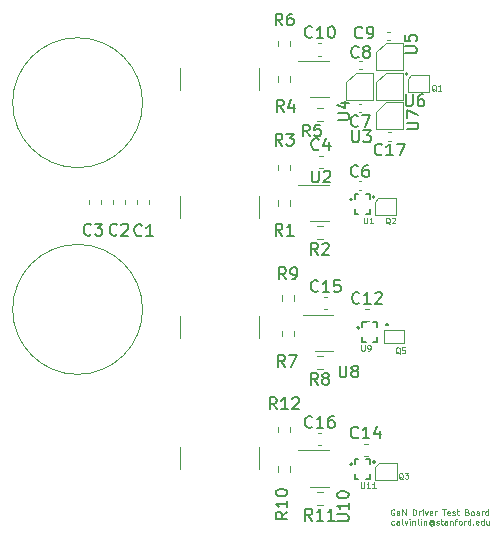
<source format=gbr>
%TF.GenerationSoftware,KiCad,Pcbnew,7.0.7*%
%TF.CreationDate,2024-02-20T11:11:12-08:00*%
%TF.ProjectId,GD_test,47445f74-6573-4742-9e6b-696361645f70,rev?*%
%TF.SameCoordinates,Original*%
%TF.FileFunction,Legend,Top*%
%TF.FilePolarity,Positive*%
%FSLAX46Y46*%
G04 Gerber Fmt 4.6, Leading zero omitted, Abs format (unit mm)*
G04 Created by KiCad (PCBNEW 7.0.7) date 2024-02-20 11:11:12*
%MOMM*%
%LPD*%
G01*
G04 APERTURE LIST*
%ADD10C,0.100000*%
%ADD11C,0.150000*%
%ADD12C,0.120000*%
%ADD13C,0.200000*%
%ADD14C,0.127000*%
G04 APERTURE END LIST*
D10*
X138296741Y-112957419D02*
X138249122Y-112933609D01*
X138249122Y-112933609D02*
X138177693Y-112933609D01*
X138177693Y-112933609D02*
X138106265Y-112957419D01*
X138106265Y-112957419D02*
X138058646Y-113005038D01*
X138058646Y-113005038D02*
X138034836Y-113052657D01*
X138034836Y-113052657D02*
X138011027Y-113147895D01*
X138011027Y-113147895D02*
X138011027Y-113219323D01*
X138011027Y-113219323D02*
X138034836Y-113314561D01*
X138034836Y-113314561D02*
X138058646Y-113362180D01*
X138058646Y-113362180D02*
X138106265Y-113409800D01*
X138106265Y-113409800D02*
X138177693Y-113433609D01*
X138177693Y-113433609D02*
X138225312Y-113433609D01*
X138225312Y-113433609D02*
X138296741Y-113409800D01*
X138296741Y-113409800D02*
X138320550Y-113385990D01*
X138320550Y-113385990D02*
X138320550Y-113219323D01*
X138320550Y-113219323D02*
X138225312Y-113219323D01*
X138749122Y-113433609D02*
X138749122Y-113171704D01*
X138749122Y-113171704D02*
X138725312Y-113124085D01*
X138725312Y-113124085D02*
X138677693Y-113100276D01*
X138677693Y-113100276D02*
X138582455Y-113100276D01*
X138582455Y-113100276D02*
X138534836Y-113124085D01*
X138749122Y-113409800D02*
X138701503Y-113433609D01*
X138701503Y-113433609D02*
X138582455Y-113433609D01*
X138582455Y-113433609D02*
X138534836Y-113409800D01*
X138534836Y-113409800D02*
X138511027Y-113362180D01*
X138511027Y-113362180D02*
X138511027Y-113314561D01*
X138511027Y-113314561D02*
X138534836Y-113266942D01*
X138534836Y-113266942D02*
X138582455Y-113243133D01*
X138582455Y-113243133D02*
X138701503Y-113243133D01*
X138701503Y-113243133D02*
X138749122Y-113219323D01*
X138987217Y-113433609D02*
X138987217Y-112933609D01*
X138987217Y-112933609D02*
X139272931Y-113433609D01*
X139272931Y-113433609D02*
X139272931Y-112933609D01*
X139891979Y-113433609D02*
X139891979Y-112933609D01*
X139891979Y-112933609D02*
X140011027Y-112933609D01*
X140011027Y-112933609D02*
X140082455Y-112957419D01*
X140082455Y-112957419D02*
X140130074Y-113005038D01*
X140130074Y-113005038D02*
X140153884Y-113052657D01*
X140153884Y-113052657D02*
X140177693Y-113147895D01*
X140177693Y-113147895D02*
X140177693Y-113219323D01*
X140177693Y-113219323D02*
X140153884Y-113314561D01*
X140153884Y-113314561D02*
X140130074Y-113362180D01*
X140130074Y-113362180D02*
X140082455Y-113409800D01*
X140082455Y-113409800D02*
X140011027Y-113433609D01*
X140011027Y-113433609D02*
X139891979Y-113433609D01*
X140391979Y-113433609D02*
X140391979Y-113100276D01*
X140391979Y-113195514D02*
X140415789Y-113147895D01*
X140415789Y-113147895D02*
X140439598Y-113124085D01*
X140439598Y-113124085D02*
X140487217Y-113100276D01*
X140487217Y-113100276D02*
X140534836Y-113100276D01*
X140701503Y-113433609D02*
X140701503Y-113100276D01*
X140701503Y-112933609D02*
X140677694Y-112957419D01*
X140677694Y-112957419D02*
X140701503Y-112981228D01*
X140701503Y-112981228D02*
X140725313Y-112957419D01*
X140725313Y-112957419D02*
X140701503Y-112933609D01*
X140701503Y-112933609D02*
X140701503Y-112981228D01*
X140891979Y-113100276D02*
X141011027Y-113433609D01*
X141011027Y-113433609D02*
X141130074Y-113100276D01*
X141511026Y-113409800D02*
X141463407Y-113433609D01*
X141463407Y-113433609D02*
X141368169Y-113433609D01*
X141368169Y-113433609D02*
X141320550Y-113409800D01*
X141320550Y-113409800D02*
X141296741Y-113362180D01*
X141296741Y-113362180D02*
X141296741Y-113171704D01*
X141296741Y-113171704D02*
X141320550Y-113124085D01*
X141320550Y-113124085D02*
X141368169Y-113100276D01*
X141368169Y-113100276D02*
X141463407Y-113100276D01*
X141463407Y-113100276D02*
X141511026Y-113124085D01*
X141511026Y-113124085D02*
X141534836Y-113171704D01*
X141534836Y-113171704D02*
X141534836Y-113219323D01*
X141534836Y-113219323D02*
X141296741Y-113266942D01*
X141749121Y-113433609D02*
X141749121Y-113100276D01*
X141749121Y-113195514D02*
X141772931Y-113147895D01*
X141772931Y-113147895D02*
X141796740Y-113124085D01*
X141796740Y-113124085D02*
X141844359Y-113100276D01*
X141844359Y-113100276D02*
X141891978Y-113100276D01*
X142368169Y-112933609D02*
X142653883Y-112933609D01*
X142511026Y-113433609D02*
X142511026Y-112933609D01*
X143011025Y-113409800D02*
X142963406Y-113433609D01*
X142963406Y-113433609D02*
X142868168Y-113433609D01*
X142868168Y-113433609D02*
X142820549Y-113409800D01*
X142820549Y-113409800D02*
X142796740Y-113362180D01*
X142796740Y-113362180D02*
X142796740Y-113171704D01*
X142796740Y-113171704D02*
X142820549Y-113124085D01*
X142820549Y-113124085D02*
X142868168Y-113100276D01*
X142868168Y-113100276D02*
X142963406Y-113100276D01*
X142963406Y-113100276D02*
X143011025Y-113124085D01*
X143011025Y-113124085D02*
X143034835Y-113171704D01*
X143034835Y-113171704D02*
X143034835Y-113219323D01*
X143034835Y-113219323D02*
X142796740Y-113266942D01*
X143225311Y-113409800D02*
X143272930Y-113433609D01*
X143272930Y-113433609D02*
X143368168Y-113433609D01*
X143368168Y-113433609D02*
X143415787Y-113409800D01*
X143415787Y-113409800D02*
X143439596Y-113362180D01*
X143439596Y-113362180D02*
X143439596Y-113338371D01*
X143439596Y-113338371D02*
X143415787Y-113290752D01*
X143415787Y-113290752D02*
X143368168Y-113266942D01*
X143368168Y-113266942D02*
X143296739Y-113266942D01*
X143296739Y-113266942D02*
X143249120Y-113243133D01*
X143249120Y-113243133D02*
X143225311Y-113195514D01*
X143225311Y-113195514D02*
X143225311Y-113171704D01*
X143225311Y-113171704D02*
X143249120Y-113124085D01*
X143249120Y-113124085D02*
X143296739Y-113100276D01*
X143296739Y-113100276D02*
X143368168Y-113100276D01*
X143368168Y-113100276D02*
X143415787Y-113124085D01*
X143582454Y-113100276D02*
X143772930Y-113100276D01*
X143653882Y-112933609D02*
X143653882Y-113362180D01*
X143653882Y-113362180D02*
X143677692Y-113409800D01*
X143677692Y-113409800D02*
X143725311Y-113433609D01*
X143725311Y-113433609D02*
X143772930Y-113433609D01*
X144487215Y-113171704D02*
X144558643Y-113195514D01*
X144558643Y-113195514D02*
X144582453Y-113219323D01*
X144582453Y-113219323D02*
X144606262Y-113266942D01*
X144606262Y-113266942D02*
X144606262Y-113338371D01*
X144606262Y-113338371D02*
X144582453Y-113385990D01*
X144582453Y-113385990D02*
X144558643Y-113409800D01*
X144558643Y-113409800D02*
X144511024Y-113433609D01*
X144511024Y-113433609D02*
X144320548Y-113433609D01*
X144320548Y-113433609D02*
X144320548Y-112933609D01*
X144320548Y-112933609D02*
X144487215Y-112933609D01*
X144487215Y-112933609D02*
X144534834Y-112957419D01*
X144534834Y-112957419D02*
X144558643Y-112981228D01*
X144558643Y-112981228D02*
X144582453Y-113028847D01*
X144582453Y-113028847D02*
X144582453Y-113076466D01*
X144582453Y-113076466D02*
X144558643Y-113124085D01*
X144558643Y-113124085D02*
X144534834Y-113147895D01*
X144534834Y-113147895D02*
X144487215Y-113171704D01*
X144487215Y-113171704D02*
X144320548Y-113171704D01*
X144891977Y-113433609D02*
X144844358Y-113409800D01*
X144844358Y-113409800D02*
X144820548Y-113385990D01*
X144820548Y-113385990D02*
X144796739Y-113338371D01*
X144796739Y-113338371D02*
X144796739Y-113195514D01*
X144796739Y-113195514D02*
X144820548Y-113147895D01*
X144820548Y-113147895D02*
X144844358Y-113124085D01*
X144844358Y-113124085D02*
X144891977Y-113100276D01*
X144891977Y-113100276D02*
X144963405Y-113100276D01*
X144963405Y-113100276D02*
X145011024Y-113124085D01*
X145011024Y-113124085D02*
X145034834Y-113147895D01*
X145034834Y-113147895D02*
X145058643Y-113195514D01*
X145058643Y-113195514D02*
X145058643Y-113338371D01*
X145058643Y-113338371D02*
X145034834Y-113385990D01*
X145034834Y-113385990D02*
X145011024Y-113409800D01*
X145011024Y-113409800D02*
X144963405Y-113433609D01*
X144963405Y-113433609D02*
X144891977Y-113433609D01*
X145487215Y-113433609D02*
X145487215Y-113171704D01*
X145487215Y-113171704D02*
X145463405Y-113124085D01*
X145463405Y-113124085D02*
X145415786Y-113100276D01*
X145415786Y-113100276D02*
X145320548Y-113100276D01*
X145320548Y-113100276D02*
X145272929Y-113124085D01*
X145487215Y-113409800D02*
X145439596Y-113433609D01*
X145439596Y-113433609D02*
X145320548Y-113433609D01*
X145320548Y-113433609D02*
X145272929Y-113409800D01*
X145272929Y-113409800D02*
X145249120Y-113362180D01*
X145249120Y-113362180D02*
X145249120Y-113314561D01*
X145249120Y-113314561D02*
X145272929Y-113266942D01*
X145272929Y-113266942D02*
X145320548Y-113243133D01*
X145320548Y-113243133D02*
X145439596Y-113243133D01*
X145439596Y-113243133D02*
X145487215Y-113219323D01*
X145725310Y-113433609D02*
X145725310Y-113100276D01*
X145725310Y-113195514D02*
X145749120Y-113147895D01*
X145749120Y-113147895D02*
X145772929Y-113124085D01*
X145772929Y-113124085D02*
X145820548Y-113100276D01*
X145820548Y-113100276D02*
X145868167Y-113100276D01*
X146249120Y-113433609D02*
X146249120Y-112933609D01*
X146249120Y-113409800D02*
X146201501Y-113433609D01*
X146201501Y-113433609D02*
X146106263Y-113433609D01*
X146106263Y-113433609D02*
X146058644Y-113409800D01*
X146058644Y-113409800D02*
X146034834Y-113385990D01*
X146034834Y-113385990D02*
X146011025Y-113338371D01*
X146011025Y-113338371D02*
X146011025Y-113195514D01*
X146011025Y-113195514D02*
X146034834Y-113147895D01*
X146034834Y-113147895D02*
X146058644Y-113124085D01*
X146058644Y-113124085D02*
X146106263Y-113100276D01*
X146106263Y-113100276D02*
X146201501Y-113100276D01*
X146201501Y-113100276D02*
X146249120Y-113124085D01*
X138299122Y-114209800D02*
X138251503Y-114233609D01*
X138251503Y-114233609D02*
X138156265Y-114233609D01*
X138156265Y-114233609D02*
X138108646Y-114209800D01*
X138108646Y-114209800D02*
X138084836Y-114185990D01*
X138084836Y-114185990D02*
X138061027Y-114138371D01*
X138061027Y-114138371D02*
X138061027Y-113995514D01*
X138061027Y-113995514D02*
X138084836Y-113947895D01*
X138084836Y-113947895D02*
X138108646Y-113924085D01*
X138108646Y-113924085D02*
X138156265Y-113900276D01*
X138156265Y-113900276D02*
X138251503Y-113900276D01*
X138251503Y-113900276D02*
X138299122Y-113924085D01*
X138727693Y-114233609D02*
X138727693Y-113971704D01*
X138727693Y-113971704D02*
X138703883Y-113924085D01*
X138703883Y-113924085D02*
X138656264Y-113900276D01*
X138656264Y-113900276D02*
X138561026Y-113900276D01*
X138561026Y-113900276D02*
X138513407Y-113924085D01*
X138727693Y-114209800D02*
X138680074Y-114233609D01*
X138680074Y-114233609D02*
X138561026Y-114233609D01*
X138561026Y-114233609D02*
X138513407Y-114209800D01*
X138513407Y-114209800D02*
X138489598Y-114162180D01*
X138489598Y-114162180D02*
X138489598Y-114114561D01*
X138489598Y-114114561D02*
X138513407Y-114066942D01*
X138513407Y-114066942D02*
X138561026Y-114043133D01*
X138561026Y-114043133D02*
X138680074Y-114043133D01*
X138680074Y-114043133D02*
X138727693Y-114019323D01*
X139037217Y-114233609D02*
X138989598Y-114209800D01*
X138989598Y-114209800D02*
X138965788Y-114162180D01*
X138965788Y-114162180D02*
X138965788Y-113733609D01*
X139180074Y-113900276D02*
X139299122Y-114233609D01*
X139299122Y-114233609D02*
X139418169Y-113900276D01*
X139608645Y-114233609D02*
X139608645Y-113900276D01*
X139608645Y-113733609D02*
X139584836Y-113757419D01*
X139584836Y-113757419D02*
X139608645Y-113781228D01*
X139608645Y-113781228D02*
X139632455Y-113757419D01*
X139632455Y-113757419D02*
X139608645Y-113733609D01*
X139608645Y-113733609D02*
X139608645Y-113781228D01*
X139846740Y-113900276D02*
X139846740Y-114233609D01*
X139846740Y-113947895D02*
X139870550Y-113924085D01*
X139870550Y-113924085D02*
X139918169Y-113900276D01*
X139918169Y-113900276D02*
X139989597Y-113900276D01*
X139989597Y-113900276D02*
X140037216Y-113924085D01*
X140037216Y-113924085D02*
X140061026Y-113971704D01*
X140061026Y-113971704D02*
X140061026Y-114233609D01*
X140370550Y-114233609D02*
X140322931Y-114209800D01*
X140322931Y-114209800D02*
X140299121Y-114162180D01*
X140299121Y-114162180D02*
X140299121Y-113733609D01*
X140561026Y-114233609D02*
X140561026Y-113900276D01*
X140561026Y-113733609D02*
X140537217Y-113757419D01*
X140537217Y-113757419D02*
X140561026Y-113781228D01*
X140561026Y-113781228D02*
X140584836Y-113757419D01*
X140584836Y-113757419D02*
X140561026Y-113733609D01*
X140561026Y-113733609D02*
X140561026Y-113781228D01*
X140799121Y-113900276D02*
X140799121Y-114233609D01*
X140799121Y-113947895D02*
X140822931Y-113924085D01*
X140822931Y-113924085D02*
X140870550Y-113900276D01*
X140870550Y-113900276D02*
X140941978Y-113900276D01*
X140941978Y-113900276D02*
X140989597Y-113924085D01*
X140989597Y-113924085D02*
X141013407Y-113971704D01*
X141013407Y-113971704D02*
X141013407Y-114233609D01*
X141561026Y-113995514D02*
X141537216Y-113971704D01*
X141537216Y-113971704D02*
X141489597Y-113947895D01*
X141489597Y-113947895D02*
X141441978Y-113947895D01*
X141441978Y-113947895D02*
X141394359Y-113971704D01*
X141394359Y-113971704D02*
X141370550Y-113995514D01*
X141370550Y-113995514D02*
X141346740Y-114043133D01*
X141346740Y-114043133D02*
X141346740Y-114090752D01*
X141346740Y-114090752D02*
X141370550Y-114138371D01*
X141370550Y-114138371D02*
X141394359Y-114162180D01*
X141394359Y-114162180D02*
X141441978Y-114185990D01*
X141441978Y-114185990D02*
X141489597Y-114185990D01*
X141489597Y-114185990D02*
X141537216Y-114162180D01*
X141537216Y-114162180D02*
X141561026Y-114138371D01*
X141561026Y-113947895D02*
X141561026Y-114138371D01*
X141561026Y-114138371D02*
X141584835Y-114162180D01*
X141584835Y-114162180D02*
X141608645Y-114162180D01*
X141608645Y-114162180D02*
X141656264Y-114138371D01*
X141656264Y-114138371D02*
X141680074Y-114090752D01*
X141680074Y-114090752D02*
X141680074Y-113971704D01*
X141680074Y-113971704D02*
X141632455Y-113900276D01*
X141632455Y-113900276D02*
X141561026Y-113852657D01*
X141561026Y-113852657D02*
X141465788Y-113828847D01*
X141465788Y-113828847D02*
X141370550Y-113852657D01*
X141370550Y-113852657D02*
X141299121Y-113900276D01*
X141299121Y-113900276D02*
X141251502Y-113971704D01*
X141251502Y-113971704D02*
X141227693Y-114066942D01*
X141227693Y-114066942D02*
X141251502Y-114162180D01*
X141251502Y-114162180D02*
X141299121Y-114233609D01*
X141299121Y-114233609D02*
X141370550Y-114281228D01*
X141370550Y-114281228D02*
X141465788Y-114305038D01*
X141465788Y-114305038D02*
X141561026Y-114281228D01*
X141561026Y-114281228D02*
X141632455Y-114233609D01*
X141870550Y-114209800D02*
X141918169Y-114233609D01*
X141918169Y-114233609D02*
X142013407Y-114233609D01*
X142013407Y-114233609D02*
X142061026Y-114209800D01*
X142061026Y-114209800D02*
X142084835Y-114162180D01*
X142084835Y-114162180D02*
X142084835Y-114138371D01*
X142084835Y-114138371D02*
X142061026Y-114090752D01*
X142061026Y-114090752D02*
X142013407Y-114066942D01*
X142013407Y-114066942D02*
X141941978Y-114066942D01*
X141941978Y-114066942D02*
X141894359Y-114043133D01*
X141894359Y-114043133D02*
X141870550Y-113995514D01*
X141870550Y-113995514D02*
X141870550Y-113971704D01*
X141870550Y-113971704D02*
X141894359Y-113924085D01*
X141894359Y-113924085D02*
X141941978Y-113900276D01*
X141941978Y-113900276D02*
X142013407Y-113900276D01*
X142013407Y-113900276D02*
X142061026Y-113924085D01*
X142227693Y-113900276D02*
X142418169Y-113900276D01*
X142299121Y-113733609D02*
X142299121Y-114162180D01*
X142299121Y-114162180D02*
X142322931Y-114209800D01*
X142322931Y-114209800D02*
X142370550Y-114233609D01*
X142370550Y-114233609D02*
X142418169Y-114233609D01*
X142799121Y-114233609D02*
X142799121Y-113971704D01*
X142799121Y-113971704D02*
X142775311Y-113924085D01*
X142775311Y-113924085D02*
X142727692Y-113900276D01*
X142727692Y-113900276D02*
X142632454Y-113900276D01*
X142632454Y-113900276D02*
X142584835Y-113924085D01*
X142799121Y-114209800D02*
X142751502Y-114233609D01*
X142751502Y-114233609D02*
X142632454Y-114233609D01*
X142632454Y-114233609D02*
X142584835Y-114209800D01*
X142584835Y-114209800D02*
X142561026Y-114162180D01*
X142561026Y-114162180D02*
X142561026Y-114114561D01*
X142561026Y-114114561D02*
X142584835Y-114066942D01*
X142584835Y-114066942D02*
X142632454Y-114043133D01*
X142632454Y-114043133D02*
X142751502Y-114043133D01*
X142751502Y-114043133D02*
X142799121Y-114019323D01*
X143037216Y-113900276D02*
X143037216Y-114233609D01*
X143037216Y-113947895D02*
X143061026Y-113924085D01*
X143061026Y-113924085D02*
X143108645Y-113900276D01*
X143108645Y-113900276D02*
X143180073Y-113900276D01*
X143180073Y-113900276D02*
X143227692Y-113924085D01*
X143227692Y-113924085D02*
X143251502Y-113971704D01*
X143251502Y-113971704D02*
X143251502Y-114233609D01*
X143418169Y-113900276D02*
X143608645Y-113900276D01*
X143489597Y-114233609D02*
X143489597Y-113805038D01*
X143489597Y-113805038D02*
X143513407Y-113757419D01*
X143513407Y-113757419D02*
X143561026Y-113733609D01*
X143561026Y-113733609D02*
X143608645Y-113733609D01*
X143846740Y-114233609D02*
X143799121Y-114209800D01*
X143799121Y-114209800D02*
X143775311Y-114185990D01*
X143775311Y-114185990D02*
X143751502Y-114138371D01*
X143751502Y-114138371D02*
X143751502Y-113995514D01*
X143751502Y-113995514D02*
X143775311Y-113947895D01*
X143775311Y-113947895D02*
X143799121Y-113924085D01*
X143799121Y-113924085D02*
X143846740Y-113900276D01*
X143846740Y-113900276D02*
X143918168Y-113900276D01*
X143918168Y-113900276D02*
X143965787Y-113924085D01*
X143965787Y-113924085D02*
X143989597Y-113947895D01*
X143989597Y-113947895D02*
X144013406Y-113995514D01*
X144013406Y-113995514D02*
X144013406Y-114138371D01*
X144013406Y-114138371D02*
X143989597Y-114185990D01*
X143989597Y-114185990D02*
X143965787Y-114209800D01*
X143965787Y-114209800D02*
X143918168Y-114233609D01*
X143918168Y-114233609D02*
X143846740Y-114233609D01*
X144227692Y-114233609D02*
X144227692Y-113900276D01*
X144227692Y-113995514D02*
X144251502Y-113947895D01*
X144251502Y-113947895D02*
X144275311Y-113924085D01*
X144275311Y-113924085D02*
X144322930Y-113900276D01*
X144322930Y-113900276D02*
X144370549Y-113900276D01*
X144751502Y-114233609D02*
X144751502Y-113733609D01*
X144751502Y-114209800D02*
X144703883Y-114233609D01*
X144703883Y-114233609D02*
X144608645Y-114233609D01*
X144608645Y-114233609D02*
X144561026Y-114209800D01*
X144561026Y-114209800D02*
X144537216Y-114185990D01*
X144537216Y-114185990D02*
X144513407Y-114138371D01*
X144513407Y-114138371D02*
X144513407Y-113995514D01*
X144513407Y-113995514D02*
X144537216Y-113947895D01*
X144537216Y-113947895D02*
X144561026Y-113924085D01*
X144561026Y-113924085D02*
X144608645Y-113900276D01*
X144608645Y-113900276D02*
X144703883Y-113900276D01*
X144703883Y-113900276D02*
X144751502Y-113924085D01*
X144989597Y-114185990D02*
X145013407Y-114209800D01*
X145013407Y-114209800D02*
X144989597Y-114233609D01*
X144989597Y-114233609D02*
X144965788Y-114209800D01*
X144965788Y-114209800D02*
X144989597Y-114185990D01*
X144989597Y-114185990D02*
X144989597Y-114233609D01*
X145418168Y-114209800D02*
X145370549Y-114233609D01*
X145370549Y-114233609D02*
X145275311Y-114233609D01*
X145275311Y-114233609D02*
X145227692Y-114209800D01*
X145227692Y-114209800D02*
X145203883Y-114162180D01*
X145203883Y-114162180D02*
X145203883Y-113971704D01*
X145203883Y-113971704D02*
X145227692Y-113924085D01*
X145227692Y-113924085D02*
X145275311Y-113900276D01*
X145275311Y-113900276D02*
X145370549Y-113900276D01*
X145370549Y-113900276D02*
X145418168Y-113924085D01*
X145418168Y-113924085D02*
X145441978Y-113971704D01*
X145441978Y-113971704D02*
X145441978Y-114019323D01*
X145441978Y-114019323D02*
X145203883Y-114066942D01*
X145870549Y-114233609D02*
X145870549Y-113733609D01*
X145870549Y-114209800D02*
X145822930Y-114233609D01*
X145822930Y-114233609D02*
X145727692Y-114233609D01*
X145727692Y-114233609D02*
X145680073Y-114209800D01*
X145680073Y-114209800D02*
X145656263Y-114185990D01*
X145656263Y-114185990D02*
X145632454Y-114138371D01*
X145632454Y-114138371D02*
X145632454Y-113995514D01*
X145632454Y-113995514D02*
X145656263Y-113947895D01*
X145656263Y-113947895D02*
X145680073Y-113924085D01*
X145680073Y-113924085D02*
X145727692Y-113900276D01*
X145727692Y-113900276D02*
X145822930Y-113900276D01*
X145822930Y-113900276D02*
X145870549Y-113924085D01*
X146322930Y-113900276D02*
X146322930Y-114233609D01*
X146108644Y-113900276D02*
X146108644Y-114162180D01*
X146108644Y-114162180D02*
X146132454Y-114209800D01*
X146132454Y-114209800D02*
X146180073Y-114233609D01*
X146180073Y-114233609D02*
X146251501Y-114233609D01*
X146251501Y-114233609D02*
X146299120Y-114209800D01*
X146299120Y-114209800D02*
X146322930Y-114185990D01*
D11*
X139354819Y-80761904D02*
X140164342Y-80761904D01*
X140164342Y-80761904D02*
X140259580Y-80714285D01*
X140259580Y-80714285D02*
X140307200Y-80666666D01*
X140307200Y-80666666D02*
X140354819Y-80571428D01*
X140354819Y-80571428D02*
X140354819Y-80380952D01*
X140354819Y-80380952D02*
X140307200Y-80285714D01*
X140307200Y-80285714D02*
X140259580Y-80238095D01*
X140259580Y-80238095D02*
X140164342Y-80190476D01*
X140164342Y-80190476D02*
X139354819Y-80190476D01*
X139354819Y-79809523D02*
X139354819Y-79142857D01*
X139354819Y-79142857D02*
X140354819Y-79571428D01*
X137257142Y-82869580D02*
X137209523Y-82917200D01*
X137209523Y-82917200D02*
X137066666Y-82964819D01*
X137066666Y-82964819D02*
X136971428Y-82964819D01*
X136971428Y-82964819D02*
X136828571Y-82917200D01*
X136828571Y-82917200D02*
X136733333Y-82821961D01*
X136733333Y-82821961D02*
X136685714Y-82726723D01*
X136685714Y-82726723D02*
X136638095Y-82536247D01*
X136638095Y-82536247D02*
X136638095Y-82393390D01*
X136638095Y-82393390D02*
X136685714Y-82202914D01*
X136685714Y-82202914D02*
X136733333Y-82107676D01*
X136733333Y-82107676D02*
X136828571Y-82012438D01*
X136828571Y-82012438D02*
X136971428Y-81964819D01*
X136971428Y-81964819D02*
X137066666Y-81964819D01*
X137066666Y-81964819D02*
X137209523Y-82012438D01*
X137209523Y-82012438D02*
X137257142Y-82060057D01*
X138209523Y-82964819D02*
X137638095Y-82964819D01*
X137923809Y-82964819D02*
X137923809Y-81964819D01*
X137923809Y-81964819D02*
X137828571Y-82107676D01*
X137828571Y-82107676D02*
X137733333Y-82202914D01*
X137733333Y-82202914D02*
X137638095Y-82250533D01*
X138542857Y-81964819D02*
X139209523Y-81964819D01*
X139209523Y-81964819D02*
X138780952Y-82964819D01*
X135583333Y-72959580D02*
X135535714Y-73007200D01*
X135535714Y-73007200D02*
X135392857Y-73054819D01*
X135392857Y-73054819D02*
X135297619Y-73054819D01*
X135297619Y-73054819D02*
X135154762Y-73007200D01*
X135154762Y-73007200D02*
X135059524Y-72911961D01*
X135059524Y-72911961D02*
X135011905Y-72816723D01*
X135011905Y-72816723D02*
X134964286Y-72626247D01*
X134964286Y-72626247D02*
X134964286Y-72483390D01*
X134964286Y-72483390D02*
X135011905Y-72292914D01*
X135011905Y-72292914D02*
X135059524Y-72197676D01*
X135059524Y-72197676D02*
X135154762Y-72102438D01*
X135154762Y-72102438D02*
X135297619Y-72054819D01*
X135297619Y-72054819D02*
X135392857Y-72054819D01*
X135392857Y-72054819D02*
X135535714Y-72102438D01*
X135535714Y-72102438D02*
X135583333Y-72150057D01*
X136059524Y-73054819D02*
X136250000Y-73054819D01*
X136250000Y-73054819D02*
X136345238Y-73007200D01*
X136345238Y-73007200D02*
X136392857Y-72959580D01*
X136392857Y-72959580D02*
X136488095Y-72816723D01*
X136488095Y-72816723D02*
X136535714Y-72626247D01*
X136535714Y-72626247D02*
X136535714Y-72245295D01*
X136535714Y-72245295D02*
X136488095Y-72150057D01*
X136488095Y-72150057D02*
X136440476Y-72102438D01*
X136440476Y-72102438D02*
X136345238Y-72054819D01*
X136345238Y-72054819D02*
X136154762Y-72054819D01*
X136154762Y-72054819D02*
X136059524Y-72102438D01*
X136059524Y-72102438D02*
X136011905Y-72150057D01*
X136011905Y-72150057D02*
X135964286Y-72245295D01*
X135964286Y-72245295D02*
X135964286Y-72483390D01*
X135964286Y-72483390D02*
X136011905Y-72578628D01*
X136011905Y-72578628D02*
X136059524Y-72626247D01*
X136059524Y-72626247D02*
X136154762Y-72673866D01*
X136154762Y-72673866D02*
X136345238Y-72673866D01*
X136345238Y-72673866D02*
X136440476Y-72626247D01*
X136440476Y-72626247D02*
X136488095Y-72578628D01*
X136488095Y-72578628D02*
X136535714Y-72483390D01*
X135233333Y-80469580D02*
X135185714Y-80517200D01*
X135185714Y-80517200D02*
X135042857Y-80564819D01*
X135042857Y-80564819D02*
X134947619Y-80564819D01*
X134947619Y-80564819D02*
X134804762Y-80517200D01*
X134804762Y-80517200D02*
X134709524Y-80421961D01*
X134709524Y-80421961D02*
X134661905Y-80326723D01*
X134661905Y-80326723D02*
X134614286Y-80136247D01*
X134614286Y-80136247D02*
X134614286Y-79993390D01*
X134614286Y-79993390D02*
X134661905Y-79802914D01*
X134661905Y-79802914D02*
X134709524Y-79707676D01*
X134709524Y-79707676D02*
X134804762Y-79612438D01*
X134804762Y-79612438D02*
X134947619Y-79564819D01*
X134947619Y-79564819D02*
X135042857Y-79564819D01*
X135042857Y-79564819D02*
X135185714Y-79612438D01*
X135185714Y-79612438D02*
X135233333Y-79660057D01*
X135566667Y-79564819D02*
X136233333Y-79564819D01*
X136233333Y-79564819D02*
X135804762Y-80564819D01*
X131357142Y-105929580D02*
X131309523Y-105977200D01*
X131309523Y-105977200D02*
X131166666Y-106024819D01*
X131166666Y-106024819D02*
X131071428Y-106024819D01*
X131071428Y-106024819D02*
X130928571Y-105977200D01*
X130928571Y-105977200D02*
X130833333Y-105881961D01*
X130833333Y-105881961D02*
X130785714Y-105786723D01*
X130785714Y-105786723D02*
X130738095Y-105596247D01*
X130738095Y-105596247D02*
X130738095Y-105453390D01*
X130738095Y-105453390D02*
X130785714Y-105262914D01*
X130785714Y-105262914D02*
X130833333Y-105167676D01*
X130833333Y-105167676D02*
X130928571Y-105072438D01*
X130928571Y-105072438D02*
X131071428Y-105024819D01*
X131071428Y-105024819D02*
X131166666Y-105024819D01*
X131166666Y-105024819D02*
X131309523Y-105072438D01*
X131309523Y-105072438D02*
X131357142Y-105120057D01*
X132309523Y-106024819D02*
X131738095Y-106024819D01*
X132023809Y-106024819D02*
X132023809Y-105024819D01*
X132023809Y-105024819D02*
X131928571Y-105167676D01*
X131928571Y-105167676D02*
X131833333Y-105262914D01*
X131833333Y-105262914D02*
X131738095Y-105310533D01*
X133166666Y-105024819D02*
X132976190Y-105024819D01*
X132976190Y-105024819D02*
X132880952Y-105072438D01*
X132880952Y-105072438D02*
X132833333Y-105120057D01*
X132833333Y-105120057D02*
X132738095Y-105262914D01*
X132738095Y-105262914D02*
X132690476Y-105453390D01*
X132690476Y-105453390D02*
X132690476Y-105834342D01*
X132690476Y-105834342D02*
X132738095Y-105929580D01*
X132738095Y-105929580D02*
X132785714Y-105977200D01*
X132785714Y-105977200D02*
X132880952Y-106024819D01*
X132880952Y-106024819D02*
X133071428Y-106024819D01*
X133071428Y-106024819D02*
X133166666Y-105977200D01*
X133166666Y-105977200D02*
X133214285Y-105929580D01*
X133214285Y-105929580D02*
X133261904Y-105834342D01*
X133261904Y-105834342D02*
X133261904Y-105596247D01*
X133261904Y-105596247D02*
X133214285Y-105501009D01*
X133214285Y-105501009D02*
X133166666Y-105453390D01*
X133166666Y-105453390D02*
X133071428Y-105405771D01*
X133071428Y-105405771D02*
X132880952Y-105405771D01*
X132880952Y-105405771D02*
X132785714Y-105453390D01*
X132785714Y-105453390D02*
X132738095Y-105501009D01*
X132738095Y-105501009D02*
X132690476Y-105596247D01*
X131857142Y-94429580D02*
X131809523Y-94477200D01*
X131809523Y-94477200D02*
X131666666Y-94524819D01*
X131666666Y-94524819D02*
X131571428Y-94524819D01*
X131571428Y-94524819D02*
X131428571Y-94477200D01*
X131428571Y-94477200D02*
X131333333Y-94381961D01*
X131333333Y-94381961D02*
X131285714Y-94286723D01*
X131285714Y-94286723D02*
X131238095Y-94096247D01*
X131238095Y-94096247D02*
X131238095Y-93953390D01*
X131238095Y-93953390D02*
X131285714Y-93762914D01*
X131285714Y-93762914D02*
X131333333Y-93667676D01*
X131333333Y-93667676D02*
X131428571Y-93572438D01*
X131428571Y-93572438D02*
X131571428Y-93524819D01*
X131571428Y-93524819D02*
X131666666Y-93524819D01*
X131666666Y-93524819D02*
X131809523Y-93572438D01*
X131809523Y-93572438D02*
X131857142Y-93620057D01*
X132809523Y-94524819D02*
X132238095Y-94524819D01*
X132523809Y-94524819D02*
X132523809Y-93524819D01*
X132523809Y-93524819D02*
X132428571Y-93667676D01*
X132428571Y-93667676D02*
X132333333Y-93762914D01*
X132333333Y-93762914D02*
X132238095Y-93810533D01*
X133714285Y-93524819D02*
X133238095Y-93524819D01*
X133238095Y-93524819D02*
X133190476Y-94001009D01*
X133190476Y-94001009D02*
X133238095Y-93953390D01*
X133238095Y-93953390D02*
X133333333Y-93905771D01*
X133333333Y-93905771D02*
X133571428Y-93905771D01*
X133571428Y-93905771D02*
X133666666Y-93953390D01*
X133666666Y-93953390D02*
X133714285Y-94001009D01*
X133714285Y-94001009D02*
X133761904Y-94096247D01*
X133761904Y-94096247D02*
X133761904Y-94334342D01*
X133761904Y-94334342D02*
X133714285Y-94429580D01*
X133714285Y-94429580D02*
X133666666Y-94477200D01*
X133666666Y-94477200D02*
X133571428Y-94524819D01*
X133571428Y-94524819D02*
X133333333Y-94524819D01*
X133333333Y-94524819D02*
X133238095Y-94477200D01*
X133238095Y-94477200D02*
X133190476Y-94429580D01*
X135257142Y-106829580D02*
X135209523Y-106877200D01*
X135209523Y-106877200D02*
X135066666Y-106924819D01*
X135066666Y-106924819D02*
X134971428Y-106924819D01*
X134971428Y-106924819D02*
X134828571Y-106877200D01*
X134828571Y-106877200D02*
X134733333Y-106781961D01*
X134733333Y-106781961D02*
X134685714Y-106686723D01*
X134685714Y-106686723D02*
X134638095Y-106496247D01*
X134638095Y-106496247D02*
X134638095Y-106353390D01*
X134638095Y-106353390D02*
X134685714Y-106162914D01*
X134685714Y-106162914D02*
X134733333Y-106067676D01*
X134733333Y-106067676D02*
X134828571Y-105972438D01*
X134828571Y-105972438D02*
X134971428Y-105924819D01*
X134971428Y-105924819D02*
X135066666Y-105924819D01*
X135066666Y-105924819D02*
X135209523Y-105972438D01*
X135209523Y-105972438D02*
X135257142Y-106020057D01*
X136209523Y-106924819D02*
X135638095Y-106924819D01*
X135923809Y-106924819D02*
X135923809Y-105924819D01*
X135923809Y-105924819D02*
X135828571Y-106067676D01*
X135828571Y-106067676D02*
X135733333Y-106162914D01*
X135733333Y-106162914D02*
X135638095Y-106210533D01*
X137066666Y-106258152D02*
X137066666Y-106924819D01*
X136828571Y-105877200D02*
X136590476Y-106591485D01*
X136590476Y-106591485D02*
X137209523Y-106591485D01*
X135357142Y-95429580D02*
X135309523Y-95477200D01*
X135309523Y-95477200D02*
X135166666Y-95524819D01*
X135166666Y-95524819D02*
X135071428Y-95524819D01*
X135071428Y-95524819D02*
X134928571Y-95477200D01*
X134928571Y-95477200D02*
X134833333Y-95381961D01*
X134833333Y-95381961D02*
X134785714Y-95286723D01*
X134785714Y-95286723D02*
X134738095Y-95096247D01*
X134738095Y-95096247D02*
X134738095Y-94953390D01*
X134738095Y-94953390D02*
X134785714Y-94762914D01*
X134785714Y-94762914D02*
X134833333Y-94667676D01*
X134833333Y-94667676D02*
X134928571Y-94572438D01*
X134928571Y-94572438D02*
X135071428Y-94524819D01*
X135071428Y-94524819D02*
X135166666Y-94524819D01*
X135166666Y-94524819D02*
X135309523Y-94572438D01*
X135309523Y-94572438D02*
X135357142Y-94620057D01*
X136309523Y-95524819D02*
X135738095Y-95524819D01*
X136023809Y-95524819D02*
X136023809Y-94524819D01*
X136023809Y-94524819D02*
X135928571Y-94667676D01*
X135928571Y-94667676D02*
X135833333Y-94762914D01*
X135833333Y-94762914D02*
X135738095Y-94810533D01*
X136690476Y-94620057D02*
X136738095Y-94572438D01*
X136738095Y-94572438D02*
X136833333Y-94524819D01*
X136833333Y-94524819D02*
X137071428Y-94524819D01*
X137071428Y-94524819D02*
X137166666Y-94572438D01*
X137166666Y-94572438D02*
X137214285Y-94620057D01*
X137214285Y-94620057D02*
X137261904Y-94715295D01*
X137261904Y-94715295D02*
X137261904Y-94810533D01*
X137261904Y-94810533D02*
X137214285Y-94953390D01*
X137214285Y-94953390D02*
X136642857Y-95524819D01*
X136642857Y-95524819D02*
X137261904Y-95524819D01*
X131357142Y-72929580D02*
X131309523Y-72977200D01*
X131309523Y-72977200D02*
X131166666Y-73024819D01*
X131166666Y-73024819D02*
X131071428Y-73024819D01*
X131071428Y-73024819D02*
X130928571Y-72977200D01*
X130928571Y-72977200D02*
X130833333Y-72881961D01*
X130833333Y-72881961D02*
X130785714Y-72786723D01*
X130785714Y-72786723D02*
X130738095Y-72596247D01*
X130738095Y-72596247D02*
X130738095Y-72453390D01*
X130738095Y-72453390D02*
X130785714Y-72262914D01*
X130785714Y-72262914D02*
X130833333Y-72167676D01*
X130833333Y-72167676D02*
X130928571Y-72072438D01*
X130928571Y-72072438D02*
X131071428Y-72024819D01*
X131071428Y-72024819D02*
X131166666Y-72024819D01*
X131166666Y-72024819D02*
X131309523Y-72072438D01*
X131309523Y-72072438D02*
X131357142Y-72120057D01*
X132309523Y-73024819D02*
X131738095Y-73024819D01*
X132023809Y-73024819D02*
X132023809Y-72024819D01*
X132023809Y-72024819D02*
X131928571Y-72167676D01*
X131928571Y-72167676D02*
X131833333Y-72262914D01*
X131833333Y-72262914D02*
X131738095Y-72310533D01*
X132928571Y-72024819D02*
X133023809Y-72024819D01*
X133023809Y-72024819D02*
X133119047Y-72072438D01*
X133119047Y-72072438D02*
X133166666Y-72120057D01*
X133166666Y-72120057D02*
X133214285Y-72215295D01*
X133214285Y-72215295D02*
X133261904Y-72405771D01*
X133261904Y-72405771D02*
X133261904Y-72643866D01*
X133261904Y-72643866D02*
X133214285Y-72834342D01*
X133214285Y-72834342D02*
X133166666Y-72929580D01*
X133166666Y-72929580D02*
X133119047Y-72977200D01*
X133119047Y-72977200D02*
X133023809Y-73024819D01*
X133023809Y-73024819D02*
X132928571Y-73024819D01*
X132928571Y-73024819D02*
X132833333Y-72977200D01*
X132833333Y-72977200D02*
X132785714Y-72929580D01*
X132785714Y-72929580D02*
X132738095Y-72834342D01*
X132738095Y-72834342D02*
X132690476Y-72643866D01*
X132690476Y-72643866D02*
X132690476Y-72405771D01*
X132690476Y-72405771D02*
X132738095Y-72215295D01*
X132738095Y-72215295D02*
X132785714Y-72120057D01*
X132785714Y-72120057D02*
X132833333Y-72072438D01*
X132833333Y-72072438D02*
X132928571Y-72024819D01*
X135283333Y-74609580D02*
X135235714Y-74657200D01*
X135235714Y-74657200D02*
X135092857Y-74704819D01*
X135092857Y-74704819D02*
X134997619Y-74704819D01*
X134997619Y-74704819D02*
X134854762Y-74657200D01*
X134854762Y-74657200D02*
X134759524Y-74561961D01*
X134759524Y-74561961D02*
X134711905Y-74466723D01*
X134711905Y-74466723D02*
X134664286Y-74276247D01*
X134664286Y-74276247D02*
X134664286Y-74133390D01*
X134664286Y-74133390D02*
X134711905Y-73942914D01*
X134711905Y-73942914D02*
X134759524Y-73847676D01*
X134759524Y-73847676D02*
X134854762Y-73752438D01*
X134854762Y-73752438D02*
X134997619Y-73704819D01*
X134997619Y-73704819D02*
X135092857Y-73704819D01*
X135092857Y-73704819D02*
X135235714Y-73752438D01*
X135235714Y-73752438D02*
X135283333Y-73800057D01*
X135854762Y-74133390D02*
X135759524Y-74085771D01*
X135759524Y-74085771D02*
X135711905Y-74038152D01*
X135711905Y-74038152D02*
X135664286Y-73942914D01*
X135664286Y-73942914D02*
X135664286Y-73895295D01*
X135664286Y-73895295D02*
X135711905Y-73800057D01*
X135711905Y-73800057D02*
X135759524Y-73752438D01*
X135759524Y-73752438D02*
X135854762Y-73704819D01*
X135854762Y-73704819D02*
X136045238Y-73704819D01*
X136045238Y-73704819D02*
X136140476Y-73752438D01*
X136140476Y-73752438D02*
X136188095Y-73800057D01*
X136188095Y-73800057D02*
X136235714Y-73895295D01*
X136235714Y-73895295D02*
X136235714Y-73942914D01*
X136235714Y-73942914D02*
X136188095Y-74038152D01*
X136188095Y-74038152D02*
X136140476Y-74085771D01*
X136140476Y-74085771D02*
X136045238Y-74133390D01*
X136045238Y-74133390D02*
X135854762Y-74133390D01*
X135854762Y-74133390D02*
X135759524Y-74181009D01*
X135759524Y-74181009D02*
X135711905Y-74228628D01*
X135711905Y-74228628D02*
X135664286Y-74323866D01*
X135664286Y-74323866D02*
X135664286Y-74514342D01*
X135664286Y-74514342D02*
X135711905Y-74609580D01*
X135711905Y-74609580D02*
X135759524Y-74657200D01*
X135759524Y-74657200D02*
X135854762Y-74704819D01*
X135854762Y-74704819D02*
X136045238Y-74704819D01*
X136045238Y-74704819D02*
X136140476Y-74657200D01*
X136140476Y-74657200D02*
X136188095Y-74609580D01*
X136188095Y-74609580D02*
X136235714Y-74514342D01*
X136235714Y-74514342D02*
X136235714Y-74323866D01*
X136235714Y-74323866D02*
X136188095Y-74228628D01*
X136188095Y-74228628D02*
X136140476Y-74181009D01*
X136140476Y-74181009D02*
X136045238Y-74133390D01*
X135233333Y-84699580D02*
X135185714Y-84747200D01*
X135185714Y-84747200D02*
X135042857Y-84794819D01*
X135042857Y-84794819D02*
X134947619Y-84794819D01*
X134947619Y-84794819D02*
X134804762Y-84747200D01*
X134804762Y-84747200D02*
X134709524Y-84651961D01*
X134709524Y-84651961D02*
X134661905Y-84556723D01*
X134661905Y-84556723D02*
X134614286Y-84366247D01*
X134614286Y-84366247D02*
X134614286Y-84223390D01*
X134614286Y-84223390D02*
X134661905Y-84032914D01*
X134661905Y-84032914D02*
X134709524Y-83937676D01*
X134709524Y-83937676D02*
X134804762Y-83842438D01*
X134804762Y-83842438D02*
X134947619Y-83794819D01*
X134947619Y-83794819D02*
X135042857Y-83794819D01*
X135042857Y-83794819D02*
X135185714Y-83842438D01*
X135185714Y-83842438D02*
X135233333Y-83890057D01*
X136090476Y-83794819D02*
X135900000Y-83794819D01*
X135900000Y-83794819D02*
X135804762Y-83842438D01*
X135804762Y-83842438D02*
X135757143Y-83890057D01*
X135757143Y-83890057D02*
X135661905Y-84032914D01*
X135661905Y-84032914D02*
X135614286Y-84223390D01*
X135614286Y-84223390D02*
X135614286Y-84604342D01*
X135614286Y-84604342D02*
X135661905Y-84699580D01*
X135661905Y-84699580D02*
X135709524Y-84747200D01*
X135709524Y-84747200D02*
X135804762Y-84794819D01*
X135804762Y-84794819D02*
X135995238Y-84794819D01*
X135995238Y-84794819D02*
X136090476Y-84747200D01*
X136090476Y-84747200D02*
X136138095Y-84699580D01*
X136138095Y-84699580D02*
X136185714Y-84604342D01*
X136185714Y-84604342D02*
X136185714Y-84366247D01*
X136185714Y-84366247D02*
X136138095Y-84271009D01*
X136138095Y-84271009D02*
X136090476Y-84223390D01*
X136090476Y-84223390D02*
X135995238Y-84175771D01*
X135995238Y-84175771D02*
X135804762Y-84175771D01*
X135804762Y-84175771D02*
X135709524Y-84223390D01*
X135709524Y-84223390D02*
X135661905Y-84271009D01*
X135661905Y-84271009D02*
X135614286Y-84366247D01*
X131920833Y-82429580D02*
X131873214Y-82477200D01*
X131873214Y-82477200D02*
X131730357Y-82524819D01*
X131730357Y-82524819D02*
X131635119Y-82524819D01*
X131635119Y-82524819D02*
X131492262Y-82477200D01*
X131492262Y-82477200D02*
X131397024Y-82381961D01*
X131397024Y-82381961D02*
X131349405Y-82286723D01*
X131349405Y-82286723D02*
X131301786Y-82096247D01*
X131301786Y-82096247D02*
X131301786Y-81953390D01*
X131301786Y-81953390D02*
X131349405Y-81762914D01*
X131349405Y-81762914D02*
X131397024Y-81667676D01*
X131397024Y-81667676D02*
X131492262Y-81572438D01*
X131492262Y-81572438D02*
X131635119Y-81524819D01*
X131635119Y-81524819D02*
X131730357Y-81524819D01*
X131730357Y-81524819D02*
X131873214Y-81572438D01*
X131873214Y-81572438D02*
X131920833Y-81620057D01*
X132777976Y-81858152D02*
X132777976Y-82524819D01*
X132539881Y-81477200D02*
X132301786Y-82191485D01*
X132301786Y-82191485D02*
X132920833Y-82191485D01*
X112633333Y-89659580D02*
X112585714Y-89707200D01*
X112585714Y-89707200D02*
X112442857Y-89754819D01*
X112442857Y-89754819D02*
X112347619Y-89754819D01*
X112347619Y-89754819D02*
X112204762Y-89707200D01*
X112204762Y-89707200D02*
X112109524Y-89611961D01*
X112109524Y-89611961D02*
X112061905Y-89516723D01*
X112061905Y-89516723D02*
X112014286Y-89326247D01*
X112014286Y-89326247D02*
X112014286Y-89183390D01*
X112014286Y-89183390D02*
X112061905Y-88992914D01*
X112061905Y-88992914D02*
X112109524Y-88897676D01*
X112109524Y-88897676D02*
X112204762Y-88802438D01*
X112204762Y-88802438D02*
X112347619Y-88754819D01*
X112347619Y-88754819D02*
X112442857Y-88754819D01*
X112442857Y-88754819D02*
X112585714Y-88802438D01*
X112585714Y-88802438D02*
X112633333Y-88850057D01*
X112966667Y-88754819D02*
X113585714Y-88754819D01*
X113585714Y-88754819D02*
X113252381Y-89135771D01*
X113252381Y-89135771D02*
X113395238Y-89135771D01*
X113395238Y-89135771D02*
X113490476Y-89183390D01*
X113490476Y-89183390D02*
X113538095Y-89231009D01*
X113538095Y-89231009D02*
X113585714Y-89326247D01*
X113585714Y-89326247D02*
X113585714Y-89564342D01*
X113585714Y-89564342D02*
X113538095Y-89659580D01*
X113538095Y-89659580D02*
X113490476Y-89707200D01*
X113490476Y-89707200D02*
X113395238Y-89754819D01*
X113395238Y-89754819D02*
X113109524Y-89754819D01*
X113109524Y-89754819D02*
X113014286Y-89707200D01*
X113014286Y-89707200D02*
X112966667Y-89659580D01*
X114833333Y-89659580D02*
X114785714Y-89707200D01*
X114785714Y-89707200D02*
X114642857Y-89754819D01*
X114642857Y-89754819D02*
X114547619Y-89754819D01*
X114547619Y-89754819D02*
X114404762Y-89707200D01*
X114404762Y-89707200D02*
X114309524Y-89611961D01*
X114309524Y-89611961D02*
X114261905Y-89516723D01*
X114261905Y-89516723D02*
X114214286Y-89326247D01*
X114214286Y-89326247D02*
X114214286Y-89183390D01*
X114214286Y-89183390D02*
X114261905Y-88992914D01*
X114261905Y-88992914D02*
X114309524Y-88897676D01*
X114309524Y-88897676D02*
X114404762Y-88802438D01*
X114404762Y-88802438D02*
X114547619Y-88754819D01*
X114547619Y-88754819D02*
X114642857Y-88754819D01*
X114642857Y-88754819D02*
X114785714Y-88802438D01*
X114785714Y-88802438D02*
X114833333Y-88850057D01*
X115214286Y-88850057D02*
X115261905Y-88802438D01*
X115261905Y-88802438D02*
X115357143Y-88754819D01*
X115357143Y-88754819D02*
X115595238Y-88754819D01*
X115595238Y-88754819D02*
X115690476Y-88802438D01*
X115690476Y-88802438D02*
X115738095Y-88850057D01*
X115738095Y-88850057D02*
X115785714Y-88945295D01*
X115785714Y-88945295D02*
X115785714Y-89040533D01*
X115785714Y-89040533D02*
X115738095Y-89183390D01*
X115738095Y-89183390D02*
X115166667Y-89754819D01*
X115166667Y-89754819D02*
X115785714Y-89754819D01*
X116933333Y-89709580D02*
X116885714Y-89757200D01*
X116885714Y-89757200D02*
X116742857Y-89804819D01*
X116742857Y-89804819D02*
X116647619Y-89804819D01*
X116647619Y-89804819D02*
X116504762Y-89757200D01*
X116504762Y-89757200D02*
X116409524Y-89661961D01*
X116409524Y-89661961D02*
X116361905Y-89566723D01*
X116361905Y-89566723D02*
X116314286Y-89376247D01*
X116314286Y-89376247D02*
X116314286Y-89233390D01*
X116314286Y-89233390D02*
X116361905Y-89042914D01*
X116361905Y-89042914D02*
X116409524Y-88947676D01*
X116409524Y-88947676D02*
X116504762Y-88852438D01*
X116504762Y-88852438D02*
X116647619Y-88804819D01*
X116647619Y-88804819D02*
X116742857Y-88804819D01*
X116742857Y-88804819D02*
X116885714Y-88852438D01*
X116885714Y-88852438D02*
X116933333Y-88900057D01*
X117885714Y-89804819D02*
X117314286Y-89804819D01*
X117600000Y-89804819D02*
X117600000Y-88804819D01*
X117600000Y-88804819D02*
X117504762Y-88947676D01*
X117504762Y-88947676D02*
X117409524Y-89042914D01*
X117409524Y-89042914D02*
X117314286Y-89090533D01*
X134738095Y-80854819D02*
X134738095Y-81664342D01*
X134738095Y-81664342D02*
X134785714Y-81759580D01*
X134785714Y-81759580D02*
X134833333Y-81807200D01*
X134833333Y-81807200D02*
X134928571Y-81854819D01*
X134928571Y-81854819D02*
X135119047Y-81854819D01*
X135119047Y-81854819D02*
X135214285Y-81807200D01*
X135214285Y-81807200D02*
X135261904Y-81759580D01*
X135261904Y-81759580D02*
X135309523Y-81664342D01*
X135309523Y-81664342D02*
X135309523Y-80854819D01*
X135690476Y-80854819D02*
X136309523Y-80854819D01*
X136309523Y-80854819D02*
X135976190Y-81235771D01*
X135976190Y-81235771D02*
X136119047Y-81235771D01*
X136119047Y-81235771D02*
X136214285Y-81283390D01*
X136214285Y-81283390D02*
X136261904Y-81331009D01*
X136261904Y-81331009D02*
X136309523Y-81426247D01*
X136309523Y-81426247D02*
X136309523Y-81664342D01*
X136309523Y-81664342D02*
X136261904Y-81759580D01*
X136261904Y-81759580D02*
X136214285Y-81807200D01*
X136214285Y-81807200D02*
X136119047Y-81854819D01*
X136119047Y-81854819D02*
X135833333Y-81854819D01*
X135833333Y-81854819D02*
X135738095Y-81807200D01*
X135738095Y-81807200D02*
X135690476Y-81759580D01*
X139288095Y-77804819D02*
X139288095Y-78614342D01*
X139288095Y-78614342D02*
X139335714Y-78709580D01*
X139335714Y-78709580D02*
X139383333Y-78757200D01*
X139383333Y-78757200D02*
X139478571Y-78804819D01*
X139478571Y-78804819D02*
X139669047Y-78804819D01*
X139669047Y-78804819D02*
X139764285Y-78757200D01*
X139764285Y-78757200D02*
X139811904Y-78709580D01*
X139811904Y-78709580D02*
X139859523Y-78614342D01*
X139859523Y-78614342D02*
X139859523Y-77804819D01*
X140764285Y-77804819D02*
X140573809Y-77804819D01*
X140573809Y-77804819D02*
X140478571Y-77852438D01*
X140478571Y-77852438D02*
X140430952Y-77900057D01*
X140430952Y-77900057D02*
X140335714Y-78042914D01*
X140335714Y-78042914D02*
X140288095Y-78233390D01*
X140288095Y-78233390D02*
X140288095Y-78614342D01*
X140288095Y-78614342D02*
X140335714Y-78709580D01*
X140335714Y-78709580D02*
X140383333Y-78757200D01*
X140383333Y-78757200D02*
X140478571Y-78804819D01*
X140478571Y-78804819D02*
X140669047Y-78804819D01*
X140669047Y-78804819D02*
X140764285Y-78757200D01*
X140764285Y-78757200D02*
X140811904Y-78709580D01*
X140811904Y-78709580D02*
X140859523Y-78614342D01*
X140859523Y-78614342D02*
X140859523Y-78376247D01*
X140859523Y-78376247D02*
X140811904Y-78281009D01*
X140811904Y-78281009D02*
X140764285Y-78233390D01*
X140764285Y-78233390D02*
X140669047Y-78185771D01*
X140669047Y-78185771D02*
X140478571Y-78185771D01*
X140478571Y-78185771D02*
X140383333Y-78233390D01*
X140383333Y-78233390D02*
X140335714Y-78281009D01*
X140335714Y-78281009D02*
X140288095Y-78376247D01*
X139204819Y-74311904D02*
X140014342Y-74311904D01*
X140014342Y-74311904D02*
X140109580Y-74264285D01*
X140109580Y-74264285D02*
X140157200Y-74216666D01*
X140157200Y-74216666D02*
X140204819Y-74121428D01*
X140204819Y-74121428D02*
X140204819Y-73930952D01*
X140204819Y-73930952D02*
X140157200Y-73835714D01*
X140157200Y-73835714D02*
X140109580Y-73788095D01*
X140109580Y-73788095D02*
X140014342Y-73740476D01*
X140014342Y-73740476D02*
X139204819Y-73740476D01*
X139204819Y-72788095D02*
X139204819Y-73264285D01*
X139204819Y-73264285D02*
X139681009Y-73311904D01*
X139681009Y-73311904D02*
X139633390Y-73264285D01*
X139633390Y-73264285D02*
X139585771Y-73169047D01*
X139585771Y-73169047D02*
X139585771Y-72930952D01*
X139585771Y-72930952D02*
X139633390Y-72835714D01*
X139633390Y-72835714D02*
X139681009Y-72788095D01*
X139681009Y-72788095D02*
X139776247Y-72740476D01*
X139776247Y-72740476D02*
X140014342Y-72740476D01*
X140014342Y-72740476D02*
X140109580Y-72788095D01*
X140109580Y-72788095D02*
X140157200Y-72835714D01*
X140157200Y-72835714D02*
X140204819Y-72930952D01*
X140204819Y-72930952D02*
X140204819Y-73169047D01*
X140204819Y-73169047D02*
X140157200Y-73264285D01*
X140157200Y-73264285D02*
X140109580Y-73311904D01*
D10*
X138802380Y-99773728D02*
X138754761Y-99749919D01*
X138754761Y-99749919D02*
X138707142Y-99702300D01*
X138707142Y-99702300D02*
X138635714Y-99630871D01*
X138635714Y-99630871D02*
X138588095Y-99607061D01*
X138588095Y-99607061D02*
X138540476Y-99607061D01*
X138564285Y-99726109D02*
X138516666Y-99702300D01*
X138516666Y-99702300D02*
X138469047Y-99654680D01*
X138469047Y-99654680D02*
X138445238Y-99559442D01*
X138445238Y-99559442D02*
X138445238Y-99392776D01*
X138445238Y-99392776D02*
X138469047Y-99297538D01*
X138469047Y-99297538D02*
X138516666Y-99249919D01*
X138516666Y-99249919D02*
X138564285Y-99226109D01*
X138564285Y-99226109D02*
X138659523Y-99226109D01*
X138659523Y-99226109D02*
X138707142Y-99249919D01*
X138707142Y-99249919D02*
X138754761Y-99297538D01*
X138754761Y-99297538D02*
X138778571Y-99392776D01*
X138778571Y-99392776D02*
X138778571Y-99559442D01*
X138778571Y-99559442D02*
X138754761Y-99654680D01*
X138754761Y-99654680D02*
X138707142Y-99702300D01*
X138707142Y-99702300D02*
X138659523Y-99726109D01*
X138659523Y-99726109D02*
X138564285Y-99726109D01*
X139230952Y-99226109D02*
X138992857Y-99226109D01*
X138992857Y-99226109D02*
X138969048Y-99464204D01*
X138969048Y-99464204D02*
X138992857Y-99440395D01*
X138992857Y-99440395D02*
X139040476Y-99416585D01*
X139040476Y-99416585D02*
X139159524Y-99416585D01*
X139159524Y-99416585D02*
X139207143Y-99440395D01*
X139207143Y-99440395D02*
X139230952Y-99464204D01*
X139230952Y-99464204D02*
X139254762Y-99511823D01*
X139254762Y-99511823D02*
X139254762Y-99630871D01*
X139254762Y-99630871D02*
X139230952Y-99678490D01*
X139230952Y-99678490D02*
X139207143Y-99702300D01*
X139207143Y-99702300D02*
X139159524Y-99726109D01*
X139159524Y-99726109D02*
X139040476Y-99726109D01*
X139040476Y-99726109D02*
X138992857Y-99702300D01*
X138992857Y-99702300D02*
X138969048Y-99678490D01*
X135519047Y-99026109D02*
X135519047Y-99430871D01*
X135519047Y-99430871D02*
X135542857Y-99478490D01*
X135542857Y-99478490D02*
X135566666Y-99502300D01*
X135566666Y-99502300D02*
X135614285Y-99526109D01*
X135614285Y-99526109D02*
X135709523Y-99526109D01*
X135709523Y-99526109D02*
X135757142Y-99502300D01*
X135757142Y-99502300D02*
X135780952Y-99478490D01*
X135780952Y-99478490D02*
X135804761Y-99430871D01*
X135804761Y-99430871D02*
X135804761Y-99026109D01*
X136066667Y-99526109D02*
X136161905Y-99526109D01*
X136161905Y-99526109D02*
X136209524Y-99502300D01*
X136209524Y-99502300D02*
X136233333Y-99478490D01*
X136233333Y-99478490D02*
X136280952Y-99407061D01*
X136280952Y-99407061D02*
X136304762Y-99311823D01*
X136304762Y-99311823D02*
X136304762Y-99121347D01*
X136304762Y-99121347D02*
X136280952Y-99073728D01*
X136280952Y-99073728D02*
X136257143Y-99049919D01*
X136257143Y-99049919D02*
X136209524Y-99026109D01*
X136209524Y-99026109D02*
X136114286Y-99026109D01*
X136114286Y-99026109D02*
X136066667Y-99049919D01*
X136066667Y-99049919D02*
X136042857Y-99073728D01*
X136042857Y-99073728D02*
X136019048Y-99121347D01*
X136019048Y-99121347D02*
X136019048Y-99240395D01*
X136019048Y-99240395D02*
X136042857Y-99288014D01*
X136042857Y-99288014D02*
X136066667Y-99311823D01*
X136066667Y-99311823D02*
X136114286Y-99335633D01*
X136114286Y-99335633D02*
X136209524Y-99335633D01*
X136209524Y-99335633D02*
X136257143Y-99311823D01*
X136257143Y-99311823D02*
X136280952Y-99288014D01*
X136280952Y-99288014D02*
X136304762Y-99240395D01*
D11*
X128833333Y-82129819D02*
X128500000Y-81653628D01*
X128261905Y-82129819D02*
X128261905Y-81129819D01*
X128261905Y-81129819D02*
X128642857Y-81129819D01*
X128642857Y-81129819D02*
X128738095Y-81177438D01*
X128738095Y-81177438D02*
X128785714Y-81225057D01*
X128785714Y-81225057D02*
X128833333Y-81320295D01*
X128833333Y-81320295D02*
X128833333Y-81463152D01*
X128833333Y-81463152D02*
X128785714Y-81558390D01*
X128785714Y-81558390D02*
X128738095Y-81606009D01*
X128738095Y-81606009D02*
X128642857Y-81653628D01*
X128642857Y-81653628D02*
X128261905Y-81653628D01*
X129166667Y-81129819D02*
X129785714Y-81129819D01*
X129785714Y-81129819D02*
X129452381Y-81510771D01*
X129452381Y-81510771D02*
X129595238Y-81510771D01*
X129595238Y-81510771D02*
X129690476Y-81558390D01*
X129690476Y-81558390D02*
X129738095Y-81606009D01*
X129738095Y-81606009D02*
X129785714Y-81701247D01*
X129785714Y-81701247D02*
X129785714Y-81939342D01*
X129785714Y-81939342D02*
X129738095Y-82034580D01*
X129738095Y-82034580D02*
X129690476Y-82082200D01*
X129690476Y-82082200D02*
X129595238Y-82129819D01*
X129595238Y-82129819D02*
X129309524Y-82129819D01*
X129309524Y-82129819D02*
X129214286Y-82082200D01*
X129214286Y-82082200D02*
X129166667Y-82034580D01*
X131357142Y-113884819D02*
X131023809Y-113408628D01*
X130785714Y-113884819D02*
X130785714Y-112884819D01*
X130785714Y-112884819D02*
X131166666Y-112884819D01*
X131166666Y-112884819D02*
X131261904Y-112932438D01*
X131261904Y-112932438D02*
X131309523Y-112980057D01*
X131309523Y-112980057D02*
X131357142Y-113075295D01*
X131357142Y-113075295D02*
X131357142Y-113218152D01*
X131357142Y-113218152D02*
X131309523Y-113313390D01*
X131309523Y-113313390D02*
X131261904Y-113361009D01*
X131261904Y-113361009D02*
X131166666Y-113408628D01*
X131166666Y-113408628D02*
X130785714Y-113408628D01*
X132309523Y-113884819D02*
X131738095Y-113884819D01*
X132023809Y-113884819D02*
X132023809Y-112884819D01*
X132023809Y-112884819D02*
X131928571Y-113027676D01*
X131928571Y-113027676D02*
X131833333Y-113122914D01*
X131833333Y-113122914D02*
X131738095Y-113170533D01*
X133261904Y-113884819D02*
X132690476Y-113884819D01*
X132976190Y-113884819D02*
X132976190Y-112884819D01*
X132976190Y-112884819D02*
X132880952Y-113027676D01*
X132880952Y-113027676D02*
X132785714Y-113122914D01*
X132785714Y-113122914D02*
X132690476Y-113170533D01*
X131833333Y-91384819D02*
X131500000Y-90908628D01*
X131261905Y-91384819D02*
X131261905Y-90384819D01*
X131261905Y-90384819D02*
X131642857Y-90384819D01*
X131642857Y-90384819D02*
X131738095Y-90432438D01*
X131738095Y-90432438D02*
X131785714Y-90480057D01*
X131785714Y-90480057D02*
X131833333Y-90575295D01*
X131833333Y-90575295D02*
X131833333Y-90718152D01*
X131833333Y-90718152D02*
X131785714Y-90813390D01*
X131785714Y-90813390D02*
X131738095Y-90861009D01*
X131738095Y-90861009D02*
X131642857Y-90908628D01*
X131642857Y-90908628D02*
X131261905Y-90908628D01*
X132214286Y-90480057D02*
X132261905Y-90432438D01*
X132261905Y-90432438D02*
X132357143Y-90384819D01*
X132357143Y-90384819D02*
X132595238Y-90384819D01*
X132595238Y-90384819D02*
X132690476Y-90432438D01*
X132690476Y-90432438D02*
X132738095Y-90480057D01*
X132738095Y-90480057D02*
X132785714Y-90575295D01*
X132785714Y-90575295D02*
X132785714Y-90670533D01*
X132785714Y-90670533D02*
X132738095Y-90813390D01*
X132738095Y-90813390D02*
X132166667Y-91384819D01*
X132166667Y-91384819D02*
X132785714Y-91384819D01*
D10*
X141852380Y-77523728D02*
X141804761Y-77499919D01*
X141804761Y-77499919D02*
X141757142Y-77452300D01*
X141757142Y-77452300D02*
X141685714Y-77380871D01*
X141685714Y-77380871D02*
X141638095Y-77357061D01*
X141638095Y-77357061D02*
X141590476Y-77357061D01*
X141614285Y-77476109D02*
X141566666Y-77452300D01*
X141566666Y-77452300D02*
X141519047Y-77404680D01*
X141519047Y-77404680D02*
X141495238Y-77309442D01*
X141495238Y-77309442D02*
X141495238Y-77142776D01*
X141495238Y-77142776D02*
X141519047Y-77047538D01*
X141519047Y-77047538D02*
X141566666Y-76999919D01*
X141566666Y-76999919D02*
X141614285Y-76976109D01*
X141614285Y-76976109D02*
X141709523Y-76976109D01*
X141709523Y-76976109D02*
X141757142Y-76999919D01*
X141757142Y-76999919D02*
X141804761Y-77047538D01*
X141804761Y-77047538D02*
X141828571Y-77142776D01*
X141828571Y-77142776D02*
X141828571Y-77309442D01*
X141828571Y-77309442D02*
X141804761Y-77404680D01*
X141804761Y-77404680D02*
X141757142Y-77452300D01*
X141757142Y-77452300D02*
X141709523Y-77476109D01*
X141709523Y-77476109D02*
X141614285Y-77476109D01*
X142304762Y-77476109D02*
X142019048Y-77476109D01*
X142161905Y-77476109D02*
X142161905Y-76976109D01*
X142161905Y-76976109D02*
X142114286Y-77047538D01*
X142114286Y-77047538D02*
X142066667Y-77095157D01*
X142066667Y-77095157D02*
X142019048Y-77118966D01*
X135480952Y-110626109D02*
X135480952Y-111030871D01*
X135480952Y-111030871D02*
X135504762Y-111078490D01*
X135504762Y-111078490D02*
X135528571Y-111102300D01*
X135528571Y-111102300D02*
X135576190Y-111126109D01*
X135576190Y-111126109D02*
X135671428Y-111126109D01*
X135671428Y-111126109D02*
X135719047Y-111102300D01*
X135719047Y-111102300D02*
X135742857Y-111078490D01*
X135742857Y-111078490D02*
X135766666Y-111030871D01*
X135766666Y-111030871D02*
X135766666Y-110626109D01*
X136266667Y-111126109D02*
X135980953Y-111126109D01*
X136123810Y-111126109D02*
X136123810Y-110626109D01*
X136123810Y-110626109D02*
X136076191Y-110697538D01*
X136076191Y-110697538D02*
X136028572Y-110745157D01*
X136028572Y-110745157D02*
X135980953Y-110768966D01*
X136742857Y-111126109D02*
X136457143Y-111126109D01*
X136600000Y-111126109D02*
X136600000Y-110626109D01*
X136600000Y-110626109D02*
X136552381Y-110697538D01*
X136552381Y-110697538D02*
X136504762Y-110745157D01*
X136504762Y-110745157D02*
X136457143Y-110768966D01*
D11*
X128357142Y-104454819D02*
X128023809Y-103978628D01*
X127785714Y-104454819D02*
X127785714Y-103454819D01*
X127785714Y-103454819D02*
X128166666Y-103454819D01*
X128166666Y-103454819D02*
X128261904Y-103502438D01*
X128261904Y-103502438D02*
X128309523Y-103550057D01*
X128309523Y-103550057D02*
X128357142Y-103645295D01*
X128357142Y-103645295D02*
X128357142Y-103788152D01*
X128357142Y-103788152D02*
X128309523Y-103883390D01*
X128309523Y-103883390D02*
X128261904Y-103931009D01*
X128261904Y-103931009D02*
X128166666Y-103978628D01*
X128166666Y-103978628D02*
X127785714Y-103978628D01*
X129309523Y-104454819D02*
X128738095Y-104454819D01*
X129023809Y-104454819D02*
X129023809Y-103454819D01*
X129023809Y-103454819D02*
X128928571Y-103597676D01*
X128928571Y-103597676D02*
X128833333Y-103692914D01*
X128833333Y-103692914D02*
X128738095Y-103740533D01*
X129690476Y-103550057D02*
X129738095Y-103502438D01*
X129738095Y-103502438D02*
X129833333Y-103454819D01*
X129833333Y-103454819D02*
X130071428Y-103454819D01*
X130071428Y-103454819D02*
X130166666Y-103502438D01*
X130166666Y-103502438D02*
X130214285Y-103550057D01*
X130214285Y-103550057D02*
X130261904Y-103645295D01*
X130261904Y-103645295D02*
X130261904Y-103740533D01*
X130261904Y-103740533D02*
X130214285Y-103883390D01*
X130214285Y-103883390D02*
X129642857Y-104454819D01*
X129642857Y-104454819D02*
X130261904Y-104454819D01*
X129033333Y-100854819D02*
X128700000Y-100378628D01*
X128461905Y-100854819D02*
X128461905Y-99854819D01*
X128461905Y-99854819D02*
X128842857Y-99854819D01*
X128842857Y-99854819D02*
X128938095Y-99902438D01*
X128938095Y-99902438D02*
X128985714Y-99950057D01*
X128985714Y-99950057D02*
X129033333Y-100045295D01*
X129033333Y-100045295D02*
X129033333Y-100188152D01*
X129033333Y-100188152D02*
X128985714Y-100283390D01*
X128985714Y-100283390D02*
X128938095Y-100331009D01*
X128938095Y-100331009D02*
X128842857Y-100378628D01*
X128842857Y-100378628D02*
X128461905Y-100378628D01*
X129366667Y-99854819D02*
X130033333Y-99854819D01*
X130033333Y-99854819D02*
X129604762Y-100854819D01*
X131338095Y-84254819D02*
X131338095Y-85064342D01*
X131338095Y-85064342D02*
X131385714Y-85159580D01*
X131385714Y-85159580D02*
X131433333Y-85207200D01*
X131433333Y-85207200D02*
X131528571Y-85254819D01*
X131528571Y-85254819D02*
X131719047Y-85254819D01*
X131719047Y-85254819D02*
X131814285Y-85207200D01*
X131814285Y-85207200D02*
X131861904Y-85159580D01*
X131861904Y-85159580D02*
X131909523Y-85064342D01*
X131909523Y-85064342D02*
X131909523Y-84254819D01*
X132338095Y-84350057D02*
X132385714Y-84302438D01*
X132385714Y-84302438D02*
X132480952Y-84254819D01*
X132480952Y-84254819D02*
X132719047Y-84254819D01*
X132719047Y-84254819D02*
X132814285Y-84302438D01*
X132814285Y-84302438D02*
X132861904Y-84350057D01*
X132861904Y-84350057D02*
X132909523Y-84445295D01*
X132909523Y-84445295D02*
X132909523Y-84540533D01*
X132909523Y-84540533D02*
X132861904Y-84683390D01*
X132861904Y-84683390D02*
X132290476Y-85254819D01*
X132290476Y-85254819D02*
X132909523Y-85254819D01*
D10*
X139052380Y-110373728D02*
X139004761Y-110349919D01*
X139004761Y-110349919D02*
X138957142Y-110302300D01*
X138957142Y-110302300D02*
X138885714Y-110230871D01*
X138885714Y-110230871D02*
X138838095Y-110207061D01*
X138838095Y-110207061D02*
X138790476Y-110207061D01*
X138814285Y-110326109D02*
X138766666Y-110302300D01*
X138766666Y-110302300D02*
X138719047Y-110254680D01*
X138719047Y-110254680D02*
X138695238Y-110159442D01*
X138695238Y-110159442D02*
X138695238Y-109992776D01*
X138695238Y-109992776D02*
X138719047Y-109897538D01*
X138719047Y-109897538D02*
X138766666Y-109849919D01*
X138766666Y-109849919D02*
X138814285Y-109826109D01*
X138814285Y-109826109D02*
X138909523Y-109826109D01*
X138909523Y-109826109D02*
X138957142Y-109849919D01*
X138957142Y-109849919D02*
X139004761Y-109897538D01*
X139004761Y-109897538D02*
X139028571Y-109992776D01*
X139028571Y-109992776D02*
X139028571Y-110159442D01*
X139028571Y-110159442D02*
X139004761Y-110254680D01*
X139004761Y-110254680D02*
X138957142Y-110302300D01*
X138957142Y-110302300D02*
X138909523Y-110326109D01*
X138909523Y-110326109D02*
X138814285Y-110326109D01*
X139195238Y-109826109D02*
X139504762Y-109826109D01*
X139504762Y-109826109D02*
X139338095Y-110016585D01*
X139338095Y-110016585D02*
X139409524Y-110016585D01*
X139409524Y-110016585D02*
X139457143Y-110040395D01*
X139457143Y-110040395D02*
X139480952Y-110064204D01*
X139480952Y-110064204D02*
X139504762Y-110111823D01*
X139504762Y-110111823D02*
X139504762Y-110230871D01*
X139504762Y-110230871D02*
X139480952Y-110278490D01*
X139480952Y-110278490D02*
X139457143Y-110302300D01*
X139457143Y-110302300D02*
X139409524Y-110326109D01*
X139409524Y-110326109D02*
X139266667Y-110326109D01*
X139266667Y-110326109D02*
X139219048Y-110302300D01*
X139219048Y-110302300D02*
X139195238Y-110278490D01*
D11*
X128833333Y-71954819D02*
X128500000Y-71478628D01*
X128261905Y-71954819D02*
X128261905Y-70954819D01*
X128261905Y-70954819D02*
X128642857Y-70954819D01*
X128642857Y-70954819D02*
X128738095Y-71002438D01*
X128738095Y-71002438D02*
X128785714Y-71050057D01*
X128785714Y-71050057D02*
X128833333Y-71145295D01*
X128833333Y-71145295D02*
X128833333Y-71288152D01*
X128833333Y-71288152D02*
X128785714Y-71383390D01*
X128785714Y-71383390D02*
X128738095Y-71431009D01*
X128738095Y-71431009D02*
X128642857Y-71478628D01*
X128642857Y-71478628D02*
X128261905Y-71478628D01*
X129690476Y-70954819D02*
X129500000Y-70954819D01*
X129500000Y-70954819D02*
X129404762Y-71002438D01*
X129404762Y-71002438D02*
X129357143Y-71050057D01*
X129357143Y-71050057D02*
X129261905Y-71192914D01*
X129261905Y-71192914D02*
X129214286Y-71383390D01*
X129214286Y-71383390D02*
X129214286Y-71764342D01*
X129214286Y-71764342D02*
X129261905Y-71859580D01*
X129261905Y-71859580D02*
X129309524Y-71907200D01*
X129309524Y-71907200D02*
X129404762Y-71954819D01*
X129404762Y-71954819D02*
X129595238Y-71954819D01*
X129595238Y-71954819D02*
X129690476Y-71907200D01*
X129690476Y-71907200D02*
X129738095Y-71859580D01*
X129738095Y-71859580D02*
X129785714Y-71764342D01*
X129785714Y-71764342D02*
X129785714Y-71526247D01*
X129785714Y-71526247D02*
X129738095Y-71431009D01*
X129738095Y-71431009D02*
X129690476Y-71383390D01*
X129690476Y-71383390D02*
X129595238Y-71335771D01*
X129595238Y-71335771D02*
X129404762Y-71335771D01*
X129404762Y-71335771D02*
X129309524Y-71383390D01*
X129309524Y-71383390D02*
X129261905Y-71431009D01*
X129261905Y-71431009D02*
X129214286Y-71526247D01*
X133504819Y-79961904D02*
X134314342Y-79961904D01*
X134314342Y-79961904D02*
X134409580Y-79914285D01*
X134409580Y-79914285D02*
X134457200Y-79866666D01*
X134457200Y-79866666D02*
X134504819Y-79771428D01*
X134504819Y-79771428D02*
X134504819Y-79580952D01*
X134504819Y-79580952D02*
X134457200Y-79485714D01*
X134457200Y-79485714D02*
X134409580Y-79438095D01*
X134409580Y-79438095D02*
X134314342Y-79390476D01*
X134314342Y-79390476D02*
X133504819Y-79390476D01*
X133838152Y-78485714D02*
X134504819Y-78485714D01*
X133457200Y-78723809D02*
X134171485Y-78961904D01*
X134171485Y-78961904D02*
X134171485Y-78342857D01*
D10*
X135719047Y-88226109D02*
X135719047Y-88630871D01*
X135719047Y-88630871D02*
X135742857Y-88678490D01*
X135742857Y-88678490D02*
X135766666Y-88702300D01*
X135766666Y-88702300D02*
X135814285Y-88726109D01*
X135814285Y-88726109D02*
X135909523Y-88726109D01*
X135909523Y-88726109D02*
X135957142Y-88702300D01*
X135957142Y-88702300D02*
X135980952Y-88678490D01*
X135980952Y-88678490D02*
X136004761Y-88630871D01*
X136004761Y-88630871D02*
X136004761Y-88226109D01*
X136504762Y-88726109D02*
X136219048Y-88726109D01*
X136361905Y-88726109D02*
X136361905Y-88226109D01*
X136361905Y-88226109D02*
X136314286Y-88297538D01*
X136314286Y-88297538D02*
X136266667Y-88345157D01*
X136266667Y-88345157D02*
X136219048Y-88368966D01*
D11*
X133688095Y-100754819D02*
X133688095Y-101564342D01*
X133688095Y-101564342D02*
X133735714Y-101659580D01*
X133735714Y-101659580D02*
X133783333Y-101707200D01*
X133783333Y-101707200D02*
X133878571Y-101754819D01*
X133878571Y-101754819D02*
X134069047Y-101754819D01*
X134069047Y-101754819D02*
X134164285Y-101707200D01*
X134164285Y-101707200D02*
X134211904Y-101659580D01*
X134211904Y-101659580D02*
X134259523Y-101564342D01*
X134259523Y-101564342D02*
X134259523Y-100754819D01*
X134878571Y-101183390D02*
X134783333Y-101135771D01*
X134783333Y-101135771D02*
X134735714Y-101088152D01*
X134735714Y-101088152D02*
X134688095Y-100992914D01*
X134688095Y-100992914D02*
X134688095Y-100945295D01*
X134688095Y-100945295D02*
X134735714Y-100850057D01*
X134735714Y-100850057D02*
X134783333Y-100802438D01*
X134783333Y-100802438D02*
X134878571Y-100754819D01*
X134878571Y-100754819D02*
X135069047Y-100754819D01*
X135069047Y-100754819D02*
X135164285Y-100802438D01*
X135164285Y-100802438D02*
X135211904Y-100850057D01*
X135211904Y-100850057D02*
X135259523Y-100945295D01*
X135259523Y-100945295D02*
X135259523Y-100992914D01*
X135259523Y-100992914D02*
X135211904Y-101088152D01*
X135211904Y-101088152D02*
X135164285Y-101135771D01*
X135164285Y-101135771D02*
X135069047Y-101183390D01*
X135069047Y-101183390D02*
X134878571Y-101183390D01*
X134878571Y-101183390D02*
X134783333Y-101231009D01*
X134783333Y-101231009D02*
X134735714Y-101278628D01*
X134735714Y-101278628D02*
X134688095Y-101373866D01*
X134688095Y-101373866D02*
X134688095Y-101564342D01*
X134688095Y-101564342D02*
X134735714Y-101659580D01*
X134735714Y-101659580D02*
X134783333Y-101707200D01*
X134783333Y-101707200D02*
X134878571Y-101754819D01*
X134878571Y-101754819D02*
X135069047Y-101754819D01*
X135069047Y-101754819D02*
X135164285Y-101707200D01*
X135164285Y-101707200D02*
X135211904Y-101659580D01*
X135211904Y-101659580D02*
X135259523Y-101564342D01*
X135259523Y-101564342D02*
X135259523Y-101373866D01*
X135259523Y-101373866D02*
X135211904Y-101278628D01*
X135211904Y-101278628D02*
X135164285Y-101231009D01*
X135164285Y-101231009D02*
X135069047Y-101183390D01*
D10*
X137952380Y-88773728D02*
X137904761Y-88749919D01*
X137904761Y-88749919D02*
X137857142Y-88702300D01*
X137857142Y-88702300D02*
X137785714Y-88630871D01*
X137785714Y-88630871D02*
X137738095Y-88607061D01*
X137738095Y-88607061D02*
X137690476Y-88607061D01*
X137714285Y-88726109D02*
X137666666Y-88702300D01*
X137666666Y-88702300D02*
X137619047Y-88654680D01*
X137619047Y-88654680D02*
X137595238Y-88559442D01*
X137595238Y-88559442D02*
X137595238Y-88392776D01*
X137595238Y-88392776D02*
X137619047Y-88297538D01*
X137619047Y-88297538D02*
X137666666Y-88249919D01*
X137666666Y-88249919D02*
X137714285Y-88226109D01*
X137714285Y-88226109D02*
X137809523Y-88226109D01*
X137809523Y-88226109D02*
X137857142Y-88249919D01*
X137857142Y-88249919D02*
X137904761Y-88297538D01*
X137904761Y-88297538D02*
X137928571Y-88392776D01*
X137928571Y-88392776D02*
X137928571Y-88559442D01*
X137928571Y-88559442D02*
X137904761Y-88654680D01*
X137904761Y-88654680D02*
X137857142Y-88702300D01*
X137857142Y-88702300D02*
X137809523Y-88726109D01*
X137809523Y-88726109D02*
X137714285Y-88726109D01*
X138119048Y-88273728D02*
X138142857Y-88249919D01*
X138142857Y-88249919D02*
X138190476Y-88226109D01*
X138190476Y-88226109D02*
X138309524Y-88226109D01*
X138309524Y-88226109D02*
X138357143Y-88249919D01*
X138357143Y-88249919D02*
X138380952Y-88273728D01*
X138380952Y-88273728D02*
X138404762Y-88321347D01*
X138404762Y-88321347D02*
X138404762Y-88368966D01*
X138404762Y-88368966D02*
X138380952Y-88440395D01*
X138380952Y-88440395D02*
X138095238Y-88726109D01*
X138095238Y-88726109D02*
X138404762Y-88726109D01*
D11*
X133454819Y-113938094D02*
X134264342Y-113938094D01*
X134264342Y-113938094D02*
X134359580Y-113890475D01*
X134359580Y-113890475D02*
X134407200Y-113842856D01*
X134407200Y-113842856D02*
X134454819Y-113747618D01*
X134454819Y-113747618D02*
X134454819Y-113557142D01*
X134454819Y-113557142D02*
X134407200Y-113461904D01*
X134407200Y-113461904D02*
X134359580Y-113414285D01*
X134359580Y-113414285D02*
X134264342Y-113366666D01*
X134264342Y-113366666D02*
X133454819Y-113366666D01*
X134454819Y-112366666D02*
X134454819Y-112938094D01*
X134454819Y-112652380D02*
X133454819Y-112652380D01*
X133454819Y-112652380D02*
X133597676Y-112747618D01*
X133597676Y-112747618D02*
X133692914Y-112842856D01*
X133692914Y-112842856D02*
X133740533Y-112938094D01*
X133454819Y-111747618D02*
X133454819Y-111652380D01*
X133454819Y-111652380D02*
X133502438Y-111557142D01*
X133502438Y-111557142D02*
X133550057Y-111509523D01*
X133550057Y-111509523D02*
X133645295Y-111461904D01*
X133645295Y-111461904D02*
X133835771Y-111414285D01*
X133835771Y-111414285D02*
X134073866Y-111414285D01*
X134073866Y-111414285D02*
X134264342Y-111461904D01*
X134264342Y-111461904D02*
X134359580Y-111509523D01*
X134359580Y-111509523D02*
X134407200Y-111557142D01*
X134407200Y-111557142D02*
X134454819Y-111652380D01*
X134454819Y-111652380D02*
X134454819Y-111747618D01*
X134454819Y-111747618D02*
X134407200Y-111842856D01*
X134407200Y-111842856D02*
X134359580Y-111890475D01*
X134359580Y-111890475D02*
X134264342Y-111938094D01*
X134264342Y-111938094D02*
X134073866Y-111985713D01*
X134073866Y-111985713D02*
X133835771Y-111985713D01*
X133835771Y-111985713D02*
X133645295Y-111938094D01*
X133645295Y-111938094D02*
X133550057Y-111890475D01*
X133550057Y-111890475D02*
X133502438Y-111842856D01*
X133502438Y-111842856D02*
X133454819Y-111747618D01*
X128833333Y-89754819D02*
X128500000Y-89278628D01*
X128261905Y-89754819D02*
X128261905Y-88754819D01*
X128261905Y-88754819D02*
X128642857Y-88754819D01*
X128642857Y-88754819D02*
X128738095Y-88802438D01*
X128738095Y-88802438D02*
X128785714Y-88850057D01*
X128785714Y-88850057D02*
X128833333Y-88945295D01*
X128833333Y-88945295D02*
X128833333Y-89088152D01*
X128833333Y-89088152D02*
X128785714Y-89183390D01*
X128785714Y-89183390D02*
X128738095Y-89231009D01*
X128738095Y-89231009D02*
X128642857Y-89278628D01*
X128642857Y-89278628D02*
X128261905Y-89278628D01*
X129785714Y-89754819D02*
X129214286Y-89754819D01*
X129500000Y-89754819D02*
X129500000Y-88754819D01*
X129500000Y-88754819D02*
X129404762Y-88897676D01*
X129404762Y-88897676D02*
X129309524Y-88992914D01*
X129309524Y-88992914D02*
X129214286Y-89040533D01*
X129133333Y-93454819D02*
X128800000Y-92978628D01*
X128561905Y-93454819D02*
X128561905Y-92454819D01*
X128561905Y-92454819D02*
X128942857Y-92454819D01*
X128942857Y-92454819D02*
X129038095Y-92502438D01*
X129038095Y-92502438D02*
X129085714Y-92550057D01*
X129085714Y-92550057D02*
X129133333Y-92645295D01*
X129133333Y-92645295D02*
X129133333Y-92788152D01*
X129133333Y-92788152D02*
X129085714Y-92883390D01*
X129085714Y-92883390D02*
X129038095Y-92931009D01*
X129038095Y-92931009D02*
X128942857Y-92978628D01*
X128942857Y-92978628D02*
X128561905Y-92978628D01*
X129609524Y-93454819D02*
X129800000Y-93454819D01*
X129800000Y-93454819D02*
X129895238Y-93407200D01*
X129895238Y-93407200D02*
X129942857Y-93359580D01*
X129942857Y-93359580D02*
X130038095Y-93216723D01*
X130038095Y-93216723D02*
X130085714Y-93026247D01*
X130085714Y-93026247D02*
X130085714Y-92645295D01*
X130085714Y-92645295D02*
X130038095Y-92550057D01*
X130038095Y-92550057D02*
X129990476Y-92502438D01*
X129990476Y-92502438D02*
X129895238Y-92454819D01*
X129895238Y-92454819D02*
X129704762Y-92454819D01*
X129704762Y-92454819D02*
X129609524Y-92502438D01*
X129609524Y-92502438D02*
X129561905Y-92550057D01*
X129561905Y-92550057D02*
X129514286Y-92645295D01*
X129514286Y-92645295D02*
X129514286Y-92883390D01*
X129514286Y-92883390D02*
X129561905Y-92978628D01*
X129561905Y-92978628D02*
X129609524Y-93026247D01*
X129609524Y-93026247D02*
X129704762Y-93073866D01*
X129704762Y-93073866D02*
X129895238Y-93073866D01*
X129895238Y-93073866D02*
X129990476Y-93026247D01*
X129990476Y-93026247D02*
X130038095Y-92978628D01*
X130038095Y-92978628D02*
X130085714Y-92883390D01*
X131133333Y-81354819D02*
X130800000Y-80878628D01*
X130561905Y-81354819D02*
X130561905Y-80354819D01*
X130561905Y-80354819D02*
X130942857Y-80354819D01*
X130942857Y-80354819D02*
X131038095Y-80402438D01*
X131038095Y-80402438D02*
X131085714Y-80450057D01*
X131085714Y-80450057D02*
X131133333Y-80545295D01*
X131133333Y-80545295D02*
X131133333Y-80688152D01*
X131133333Y-80688152D02*
X131085714Y-80783390D01*
X131085714Y-80783390D02*
X131038095Y-80831009D01*
X131038095Y-80831009D02*
X130942857Y-80878628D01*
X130942857Y-80878628D02*
X130561905Y-80878628D01*
X132038095Y-80354819D02*
X131561905Y-80354819D01*
X131561905Y-80354819D02*
X131514286Y-80831009D01*
X131514286Y-80831009D02*
X131561905Y-80783390D01*
X131561905Y-80783390D02*
X131657143Y-80735771D01*
X131657143Y-80735771D02*
X131895238Y-80735771D01*
X131895238Y-80735771D02*
X131990476Y-80783390D01*
X131990476Y-80783390D02*
X132038095Y-80831009D01*
X132038095Y-80831009D02*
X132085714Y-80926247D01*
X132085714Y-80926247D02*
X132085714Y-81164342D01*
X132085714Y-81164342D02*
X132038095Y-81259580D01*
X132038095Y-81259580D02*
X131990476Y-81307200D01*
X131990476Y-81307200D02*
X131895238Y-81354819D01*
X131895238Y-81354819D02*
X131657143Y-81354819D01*
X131657143Y-81354819D02*
X131561905Y-81307200D01*
X131561905Y-81307200D02*
X131514286Y-81259580D01*
X128933333Y-79254819D02*
X128600000Y-78778628D01*
X128361905Y-79254819D02*
X128361905Y-78254819D01*
X128361905Y-78254819D02*
X128742857Y-78254819D01*
X128742857Y-78254819D02*
X128838095Y-78302438D01*
X128838095Y-78302438D02*
X128885714Y-78350057D01*
X128885714Y-78350057D02*
X128933333Y-78445295D01*
X128933333Y-78445295D02*
X128933333Y-78588152D01*
X128933333Y-78588152D02*
X128885714Y-78683390D01*
X128885714Y-78683390D02*
X128838095Y-78731009D01*
X128838095Y-78731009D02*
X128742857Y-78778628D01*
X128742857Y-78778628D02*
X128361905Y-78778628D01*
X129790476Y-78588152D02*
X129790476Y-79254819D01*
X129552381Y-78207200D02*
X129314286Y-78921485D01*
X129314286Y-78921485D02*
X129933333Y-78921485D01*
X129254819Y-113142857D02*
X128778628Y-113476190D01*
X129254819Y-113714285D02*
X128254819Y-113714285D01*
X128254819Y-113714285D02*
X128254819Y-113333333D01*
X128254819Y-113333333D02*
X128302438Y-113238095D01*
X128302438Y-113238095D02*
X128350057Y-113190476D01*
X128350057Y-113190476D02*
X128445295Y-113142857D01*
X128445295Y-113142857D02*
X128588152Y-113142857D01*
X128588152Y-113142857D02*
X128683390Y-113190476D01*
X128683390Y-113190476D02*
X128731009Y-113238095D01*
X128731009Y-113238095D02*
X128778628Y-113333333D01*
X128778628Y-113333333D02*
X128778628Y-113714285D01*
X129254819Y-112190476D02*
X129254819Y-112761904D01*
X129254819Y-112476190D02*
X128254819Y-112476190D01*
X128254819Y-112476190D02*
X128397676Y-112571428D01*
X128397676Y-112571428D02*
X128492914Y-112666666D01*
X128492914Y-112666666D02*
X128540533Y-112761904D01*
X128254819Y-111571428D02*
X128254819Y-111476190D01*
X128254819Y-111476190D02*
X128302438Y-111380952D01*
X128302438Y-111380952D02*
X128350057Y-111333333D01*
X128350057Y-111333333D02*
X128445295Y-111285714D01*
X128445295Y-111285714D02*
X128635771Y-111238095D01*
X128635771Y-111238095D02*
X128873866Y-111238095D01*
X128873866Y-111238095D02*
X129064342Y-111285714D01*
X129064342Y-111285714D02*
X129159580Y-111333333D01*
X129159580Y-111333333D02*
X129207200Y-111380952D01*
X129207200Y-111380952D02*
X129254819Y-111476190D01*
X129254819Y-111476190D02*
X129254819Y-111571428D01*
X129254819Y-111571428D02*
X129207200Y-111666666D01*
X129207200Y-111666666D02*
X129159580Y-111714285D01*
X129159580Y-111714285D02*
X129064342Y-111761904D01*
X129064342Y-111761904D02*
X128873866Y-111809523D01*
X128873866Y-111809523D02*
X128635771Y-111809523D01*
X128635771Y-111809523D02*
X128445295Y-111761904D01*
X128445295Y-111761904D02*
X128350057Y-111714285D01*
X128350057Y-111714285D02*
X128302438Y-111666666D01*
X128302438Y-111666666D02*
X128254819Y-111571428D01*
X131833333Y-102384819D02*
X131500000Y-101908628D01*
X131261905Y-102384819D02*
X131261905Y-101384819D01*
X131261905Y-101384819D02*
X131642857Y-101384819D01*
X131642857Y-101384819D02*
X131738095Y-101432438D01*
X131738095Y-101432438D02*
X131785714Y-101480057D01*
X131785714Y-101480057D02*
X131833333Y-101575295D01*
X131833333Y-101575295D02*
X131833333Y-101718152D01*
X131833333Y-101718152D02*
X131785714Y-101813390D01*
X131785714Y-101813390D02*
X131738095Y-101861009D01*
X131738095Y-101861009D02*
X131642857Y-101908628D01*
X131642857Y-101908628D02*
X131261905Y-101908628D01*
X132404762Y-101813390D02*
X132309524Y-101765771D01*
X132309524Y-101765771D02*
X132261905Y-101718152D01*
X132261905Y-101718152D02*
X132214286Y-101622914D01*
X132214286Y-101622914D02*
X132214286Y-101575295D01*
X132214286Y-101575295D02*
X132261905Y-101480057D01*
X132261905Y-101480057D02*
X132309524Y-101432438D01*
X132309524Y-101432438D02*
X132404762Y-101384819D01*
X132404762Y-101384819D02*
X132595238Y-101384819D01*
X132595238Y-101384819D02*
X132690476Y-101432438D01*
X132690476Y-101432438D02*
X132738095Y-101480057D01*
X132738095Y-101480057D02*
X132785714Y-101575295D01*
X132785714Y-101575295D02*
X132785714Y-101622914D01*
X132785714Y-101622914D02*
X132738095Y-101718152D01*
X132738095Y-101718152D02*
X132690476Y-101765771D01*
X132690476Y-101765771D02*
X132595238Y-101813390D01*
X132595238Y-101813390D02*
X132404762Y-101813390D01*
X132404762Y-101813390D02*
X132309524Y-101861009D01*
X132309524Y-101861009D02*
X132261905Y-101908628D01*
X132261905Y-101908628D02*
X132214286Y-102003866D01*
X132214286Y-102003866D02*
X132214286Y-102194342D01*
X132214286Y-102194342D02*
X132261905Y-102289580D01*
X132261905Y-102289580D02*
X132309524Y-102337200D01*
X132309524Y-102337200D02*
X132404762Y-102384819D01*
X132404762Y-102384819D02*
X132595238Y-102384819D01*
X132595238Y-102384819D02*
X132690476Y-102337200D01*
X132690476Y-102337200D02*
X132738095Y-102289580D01*
X132738095Y-102289580D02*
X132785714Y-102194342D01*
X132785714Y-102194342D02*
X132785714Y-102003866D01*
X132785714Y-102003866D02*
X132738095Y-101908628D01*
X132738095Y-101908628D02*
X132690476Y-101861009D01*
X132690476Y-101861009D02*
X132595238Y-101813390D01*
D12*
%TO.C,U7*%
X139060000Y-78450000D02*
X139060000Y-80750000D01*
X137590000Y-78450000D02*
X139060000Y-78450000D01*
X136790000Y-79250000D02*
X137590000Y-78450000D01*
X139060000Y-80750000D02*
X136790000Y-80750000D01*
X136790000Y-80750000D02*
X136790000Y-79250000D01*
%TO.C,C17*%
X138015835Y-81710000D02*
X137784165Y-81710000D01*
X138015835Y-80990000D02*
X137784165Y-80990000D01*
%TO.C,C9*%
X137965835Y-73210000D02*
X137734165Y-73210000D01*
X137965835Y-72490000D02*
X137734165Y-72490000D01*
%TO.C,C7*%
X135515835Y-79310000D02*
X135284165Y-79310000D01*
X135515835Y-78590000D02*
X135284165Y-78590000D01*
%TO.C,C16*%
X131853733Y-106490000D02*
X132146267Y-106490000D01*
X131853733Y-107510000D02*
X132146267Y-107510000D01*
%TO.C,C15*%
X132353733Y-94990000D02*
X132646267Y-94990000D01*
X132353733Y-96010000D02*
X132646267Y-96010000D01*
%TO.C,C14*%
X135753733Y-107390000D02*
X136046267Y-107390000D01*
X135753733Y-108410000D02*
X136046267Y-108410000D01*
%TO.C,C12*%
X135853733Y-95990000D02*
X136146267Y-95990000D01*
X135853733Y-97010000D02*
X136146267Y-97010000D01*
%TO.C,C10*%
X131853733Y-73490000D02*
X132146267Y-73490000D01*
X131853733Y-74510000D02*
X132146267Y-74510000D01*
%TO.C,C8*%
X135565835Y-75660000D02*
X135334165Y-75660000D01*
X135565835Y-74940000D02*
X135334165Y-74940000D01*
%TO.C,C6*%
X135284165Y-85140000D02*
X135515835Y-85140000D01*
X135284165Y-85860000D02*
X135515835Y-85860000D01*
%TO.C,C4*%
X131941233Y-82990000D02*
X132233767Y-82990000D01*
X131941233Y-84010000D02*
X132233767Y-84010000D01*
%TO.C,C3*%
X113500000Y-86766233D02*
X113500000Y-87058767D01*
X112480000Y-86766233D02*
X112480000Y-87058767D01*
%TO.C,C2*%
X115510000Y-86766233D02*
X115510000Y-87058767D01*
X114490000Y-86766233D02*
X114490000Y-87058767D01*
%TO.C,C1*%
X117510000Y-86766233D02*
X117510000Y-87058767D01*
X116490000Y-86766233D02*
X116490000Y-87058767D01*
%TO.C,U3*%
X134240000Y-78250000D02*
X134240000Y-76750000D01*
X136510000Y-78250000D02*
X134240000Y-78250000D01*
X134240000Y-76750000D02*
X135040000Y-75950000D01*
X135040000Y-75950000D02*
X136510000Y-75950000D01*
X136510000Y-75950000D02*
X136510000Y-78250000D01*
%TO.C,U6*%
X139060000Y-75950000D02*
X139060000Y-78250000D01*
X137590000Y-75950000D02*
X139060000Y-75950000D01*
X136790000Y-76750000D02*
X137590000Y-75950000D01*
X139060000Y-78250000D02*
X136790000Y-78250000D01*
X136790000Y-78250000D02*
X136790000Y-76750000D01*
%TO.C,U5*%
X139060000Y-73450000D02*
X139060000Y-75750000D01*
X137590000Y-73450000D02*
X139060000Y-73450000D01*
X136790000Y-74250000D02*
X137590000Y-73450000D01*
X139060000Y-75750000D02*
X136790000Y-75750000D01*
X136790000Y-75750000D02*
X136790000Y-74250000D01*
D10*
%TO.C,Q5*%
X137449000Y-97757000D02*
X139151000Y-97757000D01*
X137449000Y-98844000D02*
X137449000Y-97757000D01*
D13*
X137600000Y-97300000D02*
X137600000Y-97300000D01*
X137800000Y-97300000D02*
X137800000Y-97300000D01*
D10*
X139151000Y-97757000D02*
X139151000Y-98844000D01*
X139151000Y-98844000D02*
X137449000Y-98844000D01*
D13*
X137800000Y-97300000D02*
G75*
G03*
X137600000Y-97300000I-100000J0D01*
G01*
X137600000Y-97300000D02*
G75*
G03*
X137800000Y-97300000I100000J0D01*
G01*
D14*
%TO.C,U9*%
X135555000Y-97105000D02*
X135555000Y-97527500D01*
X135555000Y-97105000D02*
X135877500Y-97105000D01*
X135555000Y-98795000D02*
X135555000Y-98372500D01*
X135555000Y-98795000D02*
X135877500Y-98795000D01*
X136845000Y-97105000D02*
X136522500Y-97105000D01*
X136845000Y-97105000D02*
X136845000Y-97527500D01*
X136845000Y-98795000D02*
X136522500Y-98795000D01*
X136845000Y-98795000D02*
X136845000Y-98372500D01*
D13*
X135357500Y-97550000D02*
G75*
G03*
X135357500Y-97550000I-100000J0D01*
G01*
D12*
%TO.C,R3*%
X128477500Y-84237258D02*
X128477500Y-83762742D01*
X129522500Y-84237258D02*
X129522500Y-83762742D01*
%TO.C,R11*%
X132237258Y-112522500D02*
X131762742Y-112522500D01*
X132237258Y-111477500D02*
X131762742Y-111477500D01*
%TO.C,J6*%
X117000000Y-96000000D02*
G75*
G03*
X117000000Y-96000000I-5500000J0D01*
G01*
%TO.C,J2*%
X120145000Y-96560000D02*
X120145000Y-98440000D01*
X126855000Y-96560000D02*
X126855000Y-98440000D01*
%TO.C,R2*%
X132237258Y-90022500D02*
X131762742Y-90022500D01*
X132237258Y-88977500D02*
X131762742Y-88977500D01*
D10*
%TO.C,Q1*%
X139450000Y-76475000D02*
X139450000Y-77575000D01*
X139750000Y-76175000D02*
X139450000Y-76475000D01*
X141250000Y-76175000D02*
X139750000Y-76175000D01*
X141250000Y-76175000D02*
X141250000Y-77575000D01*
X141250000Y-77575000D02*
X139450000Y-77575000D01*
D13*
X139450000Y-76075000D02*
G75*
G03*
X139450000Y-76075000I-100000J0D01*
G01*
D14*
%TO.C,U11*%
X134955000Y-108655000D02*
X134955000Y-109077500D01*
X134955000Y-108655000D02*
X135277500Y-108655000D01*
X134955000Y-110345000D02*
X134955000Y-109922500D01*
X134955000Y-110345000D02*
X135277500Y-110345000D01*
X136245000Y-108655000D02*
X135922500Y-108655000D01*
X136245000Y-108655000D02*
X136245000Y-109077500D01*
X136245000Y-110345000D02*
X135922500Y-110345000D01*
X136245000Y-110345000D02*
X136245000Y-109922500D01*
D13*
X134757500Y-109100000D02*
G75*
G03*
X134757500Y-109100000I-100000J0D01*
G01*
D12*
%TO.C,R12*%
X128477500Y-106412258D02*
X128477500Y-105937742D01*
X129522500Y-106412258D02*
X129522500Y-105937742D01*
%TO.C,R7*%
X129822500Y-97812742D02*
X129822500Y-98287258D01*
X128777500Y-97812742D02*
X128777500Y-98287258D01*
%TO.C,U2*%
X132000000Y-85440000D02*
X130200000Y-85440000D01*
X132000000Y-85440000D02*
X132800000Y-85440000D01*
X132000000Y-88560000D02*
X131200000Y-88560000D01*
X132000000Y-88560000D02*
X132800000Y-88560000D01*
%TO.C,J5*%
X117000000Y-78500000D02*
G75*
G03*
X117000000Y-78500000I-5500000J0D01*
G01*
D10*
%TO.C,Q3*%
X136700000Y-109325000D02*
X136700000Y-110425000D01*
X137000000Y-109025000D02*
X136700000Y-109325000D01*
X138500000Y-109025000D02*
X137000000Y-109025000D01*
X138500000Y-109025000D02*
X138500000Y-110425000D01*
X138500000Y-110425000D02*
X136700000Y-110425000D01*
D13*
X136700000Y-108925000D02*
G75*
G03*
X136700000Y-108925000I-100000J0D01*
G01*
D12*
%TO.C,R6*%
X128477500Y-73737258D02*
X128477500Y-73262742D01*
X129522500Y-73737258D02*
X129522500Y-73262742D01*
%TO.C,U4*%
X132000000Y-74940000D02*
X130200000Y-74940000D01*
X132000000Y-74940000D02*
X132800000Y-74940000D01*
X132000000Y-78060000D02*
X131200000Y-78060000D01*
X132000000Y-78060000D02*
X132800000Y-78060000D01*
D14*
%TO.C,U1*%
X134955000Y-86255000D02*
X134955000Y-86677500D01*
X134955000Y-86255000D02*
X135277500Y-86255000D01*
X134955000Y-87945000D02*
X134955000Y-87522500D01*
X134955000Y-87945000D02*
X135277500Y-87945000D01*
X136245000Y-86255000D02*
X135922500Y-86255000D01*
X136245000Y-86255000D02*
X136245000Y-86677500D01*
X136245000Y-87945000D02*
X135922500Y-87945000D01*
X136245000Y-87945000D02*
X136245000Y-87522500D01*
D13*
X134757500Y-86700000D02*
G75*
G03*
X134757500Y-86700000I-100000J0D01*
G01*
D12*
%TO.C,J1*%
X120145000Y-86360000D02*
X120145000Y-88240000D01*
X126855000Y-86360000D02*
X126855000Y-88240000D01*
%TO.C,U8*%
X132362500Y-96440000D02*
X130562500Y-96440000D01*
X132362500Y-96440000D02*
X133162500Y-96440000D01*
X132362500Y-99560000D02*
X131562500Y-99560000D01*
X132362500Y-99560000D02*
X133162500Y-99560000D01*
D10*
%TO.C,Q2*%
X136650000Y-86875000D02*
X136650000Y-87975000D01*
X136950000Y-86575000D02*
X136650000Y-86875000D01*
X138450000Y-86575000D02*
X136950000Y-86575000D01*
X138450000Y-86575000D02*
X138450000Y-87975000D01*
X138450000Y-87975000D02*
X136650000Y-87975000D01*
D13*
X136650000Y-86475000D02*
G75*
G03*
X136650000Y-86475000I-100000J0D01*
G01*
D12*
%TO.C,J3*%
X120145000Y-107660000D02*
X120145000Y-109540000D01*
X126855000Y-107660000D02*
X126855000Y-109540000D01*
%TO.C,U10*%
X132000000Y-107940000D02*
X130200000Y-107940000D01*
X132000000Y-107940000D02*
X132800000Y-107940000D01*
X132000000Y-111060000D02*
X131200000Y-111060000D01*
X132000000Y-111060000D02*
X132800000Y-111060000D01*
%TO.C,R1*%
X129522500Y-86762742D02*
X129522500Y-87237258D01*
X128477500Y-86762742D02*
X128477500Y-87237258D01*
%TO.C,R9*%
X128777500Y-95287258D02*
X128777500Y-94812742D01*
X129822500Y-95287258D02*
X129822500Y-94812742D01*
%TO.C,R5*%
X132237258Y-80022500D02*
X131762742Y-80022500D01*
X132237258Y-78977500D02*
X131762742Y-78977500D01*
%TO.C,R4*%
X129522500Y-76262742D02*
X129522500Y-76737258D01*
X128477500Y-76262742D02*
X128477500Y-76737258D01*
%TO.C,R10*%
X129522500Y-109262742D02*
X129522500Y-109737258D01*
X128477500Y-109262742D02*
X128477500Y-109737258D01*
%TO.C,J4*%
X120145000Y-75560000D02*
X120145000Y-77440000D01*
X126855000Y-75560000D02*
X126855000Y-77440000D01*
%TO.C,R8*%
X132237258Y-101022500D02*
X131762742Y-101022500D01*
X132237258Y-99977500D02*
X131762742Y-99977500D01*
%TD*%
M02*

</source>
